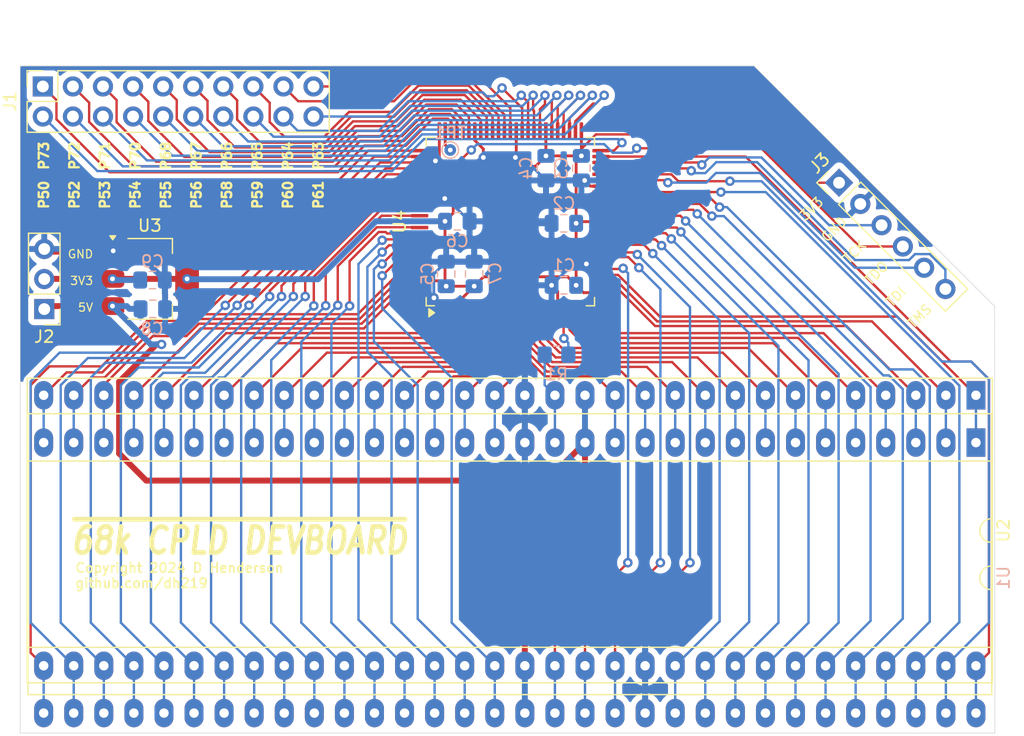
<source format=kicad_pcb>
(kicad_pcb (version 20240108) (generator "pcbnew") (generator_version "8.0")
  (layers (0 "F.Cu" signal) (31 "B.Cu" signal) (34 "B.Paste" user) (35 "F.Paste" user) (36 "B.SilkS" user "B.Silkscreen") (37 "F.SilkS" user "F.Silkscreen") (38 "B.Mask" user) (39 "F.Mask" user) (44 "Edge.Cuts" user))
  (net 0 "")
  (net 1 "/D5")
  (net 2 "/D6")
  (net 3 "/D7")
  (net 4 "/D8")
  (net 5 "/D9")
  (net 6 "/D10")
  (net 7 "/D11")
  (net 8 "/D12")
  (net 9 "/D13")
  (net 10 "/D14")
  (net 11 "/D15")
  (net 12 "/A23")
  (net 13 "/A22")
  (net 14 "/A21")
  (net 15 "/A20")
  (net 16 "/A19")
  (net 17 "/A18")
  (net 18 "/A17")
  (net 19 "/A16")
  (net 20 "/A15")
  (net 21 "/A14")
  (net 22 "/A13")
  (net 23 "/A12")
  (net 24 "/A11")
  (net 25 "/A10")
  (net 26 "/A9")
  (net 27 "/A8")
  (net 28 "/A7")
  (net 29 "/A6")
  (net 30 "/A5")
  (net 31 "/A4")
  (net 32 "/A3")
  (net 33 "/A2")
  (net 34 "/A1")
  (net 35 "/FC0")
  (net 36 "/FC1")
  (net 37 "/FC2")
  (net 38 "/IPL0")
  (net 39 "/IPL1")
  (net 40 "/IPL2")
  (net 41 "/BERR")
  (net 42 "/VPA")
  (net 43 "/E")
  (net 44 "/VMA")
  (net 45 "/RESET")
  (net 46 "/HALT")
  (net 47 "/CLK")
  (net 48 "/BR")
  (net 49 "/BGACK")
  (net 50 "/BG")
  (net 51 "/DTACK")
  (net 52 "/RW")
  (net 53 "/LDS")
  (net 54 "/UDS")
  (net 55 "/AS")
  (net 56 "/D0")
  (net 57 "/D1")
  (net 58 "/D2")
  (net 59 "/D3")
  (net 60 "/D4")
  (net 61 "+5V")
  (net 62 "GND")
  (net 63 "+3V3")
  (net 64 "/TMS")
  (net 65 "/TDO")
  (net 66 "/TDI")
  (net 67 "/TCK")
  (net 68 "Net-(U4-I{slash}O{slash}GCK1)")
  (net 69 "/P74")
  (net 70 "/P52")
  (net 71 "/P67")
  (net 72 "/P61")
  (net 73 "/P65")
  (net 74 "/P55")
  (net 75 "/P56")
  (net 76 "/P60")
  (net 77 "/P58")
  (net 78 "/P63")
  (net 79 "/P50")
  (net 80 "/P72")
  (net 81 "/P53")
  (net 82 "/P64")
  (net 83 "/P70")
  (net 84 "/P54")
  (net 85 "/P73")
  (net 86 "/P71")
  (net 87 "/P68")
  (net 88 "/P59")
  (net 89 "/P66")
  (footprint "Package_DIP:DIP-64_W22.86mm_LongPads" (layer "F.Cu") (at 107.9 64.1 -90)
    (property "Reference" "U1")
    (property "Value" "68000D_PLUG")
  )
  (footprint "Package_DIP:DIP-64_W22.86mm_Socket_LongPads" (layer "F.Cu") (at 107.9 60.1 -90)
    (property "Reference" "U2")
    (property "Value" "68000D")
  )
  (footprint "Connector_PinHeader_2.54mm:PinHeader_1x03_P2.54mm_Vertical" (layer "F.Cu") (at 29.21 52.817001 180)
    (property "Reference" "J2")
    (property "Value" "Conn_01x03_Pin")
  )
  (footprint "Package_TO_SOT_SMD:SOT-223-3_TabPin2" (layer "F.Cu") (at 38.124 50.262066)
    (property "Reference" "U3")
    (property "Value" "LM1117MP-3.3")
  )
  (footprint "Connector_PinHeader_2.54mm:PinHeader_1x06_P2.54mm_Vertical" (layer "F.Cu") (at 96.337942 42.13586 45)
    (property "Reference" "J3")
    (property "Value" "Conn_01x06_Pin")
  )
  (footprint "Connector_PinSocket_2.54mm:PinSocket_2x10_P2.54mm_Vertical" (layer "F.Cu") (at 29.09 34 90)
    (property "Reference" "J1")
    (property "Value" "Conn_02x10_Odd_Even")
  )
  (footprint "Package_QFP:TQFP-100_14x14mm_P0.5mm" (layer "F.Cu") (at 68.575 45.425 90)
    (property "Reference" "U4")
    (property "Value" "XC95144XL-TQ100")
  )
  (footprint "Capacitor_SMD:C_0805_2012Metric_Pad1.18x1.45mm_HandSolder" (layer "B.Cu") (at 38.354 50.360006)
    (property "Reference" "C9")
    (property "Value" "1u")
  )
  (footprint "Capacitor_SMD:C_0805_2012Metric_Pad1.18x1.45mm_HandSolder" (layer "B.Cu") (at 38.378999 52.795006)
    (property "Reference" "C8")
    (property "Value" "1u")
  )
  (footprint "Capacitor_SMD:C_0805_2012Metric_Pad1.18x1.45mm_HandSolder" (layer "B.Cu") (at 64.095 45.395)
    (property "Reference" "C6")
    (property "Value" "100n")
  )
  (footprint "Resistor_SMD:R_0805_2012Metric_Pad1.20x1.40mm_HandSolder" (layer "B.Cu") (at 72.475 56.675)
    (property "Reference" "R1")
    (property "Value" "10R")
  )
  (footprint "Capacitor_SMD:C_0805_2012Metric_Pad1.18x1.45mm_HandSolder" (layer "B.Cu") (at 65.52206 49.845 90)
    (property "Reference" "C7")
    (property "Value" "100n")
  )
  (footprint "TestPoint:TestPoint_Pad_D1.0mm" (layer "B.Cu") (at 63.5 39.37 180)
    (property "Reference" "TP1")
    (property "Value" "TestPoint_Small")
  )
  (footprint "Capacitor_SMD:C_0805_2012Metric_Pad1.18x1.45mm_HandSolder" (layer "B.Cu") (at 73.095 45.565 180)
    (property "Reference" "C2")
    (property "Value" "100n")
  )
  (footprint "Capacitor_SMD:C_0805_2012Metric_Pad1.18x1.45mm_HandSolder" (layer "B.Cu") (at 73.095 50.805 180)
    (property "Reference" "C1")
    (property "Value" "100n")
  )
  (footprint "Capacitor_SMD:C_0805_2012Metric_Pad1.18x1.45mm_HandSolder" (layer "B.Cu") (at 74.575 40.905 -90)
    (property "Reference" "C3")
    (property "Value" "100n")
  )
  (footprint "Capacitor_SMD:C_0805_2012Metric_Pad1.18x1.45mm_HandSolder" (layer "B.Cu") (at 63.155 49.845 90)
    (property "Reference" "C5")
    (property "Value" "100n")
  )
  (footprint "Capacitor_SMD:C_0805_2012Metric_Pad1.18x1.45mm_HandSolder" (layer "B.Cu") (at 71.585 40.905 -90)
    (property "Reference" "C4")
    (property "Value" "100n")
  )
  (gr_line (start 27.178 88.646) (end 109.5 88.646) (stroke (width 0.05)) (layer "Edge.Cuts"))
  (gr_line (start 109.5 88.646) (end 109.474 52.578) (stroke (width 0.05)) (layer "Edge.Cuts"))
  (gr_line (start 27.178 32.258) (end 27.178 88.646) (stroke (width 0.05)) (layer "Edge.Cuts"))
  (gr_line (start 109.474 52.578) (end 89.154 32.258) (stroke (width 0.05)) (layer "Edge.Cuts"))
  (gr_line (start 89.154 32.258) (end 27.178 32.258) (stroke (width 0.05)) (layer "Edge.Cuts"))
  (gr_text "Copyright 2024 D Henderson\ngithub.com/dh219" (at 31.75 75.335 0) (layer "F.SilkS") (effects (font (size 0.8 0.8)) (justify left)))
  (gr_text "P73\n\nP72\n\nP71\n\nP70\n\nP68\n\nP67\n\nP66\n\nP65\n\nP64\n\nP63" (at 52.832 41.148 90) (layer "F.SilkS") (effects (font (size 0.8 0.8) (thickness 0.2) (bold yes)) (justify left bottom)))
  (gr_text "~{68k CPLD DEVBOARD}" (at 45.72 72.39 0) (layer "F.SilkS") (effects (font (size 2.2 1.8) (thickness 0.4) (italic yes))))
  (gr_text "3V3\n\nGND\n\nTCK\n\nTDO\n\nTDI\n\nTMS" (at 102.616 54.61 45) (layer "F.SilkS") (effects (font (size 0.8 0.8) (thickness 0.12)) (justify left bottom)))
  (gr_text "P50\n\nP52\n\nP53\n\nP54\n\nP55\n\nP56\n\nP58\n\nP59\n\nP60\n\nP61" (at 52.832 44.45 90) (layer "F.SilkS") (effects (font (size 0.8 0.8) (thickness 0.2) (bold yes)) (justify left bottom)))
  (gr_text "GND\n\n3V3\n\n5V" (at 33.399999 53.086 0) (layer "F.SilkS") (effects (font (size 0.7 0.7) (thickness 0.1)) (justify right bottom)))
  (segment (start 105.764 57.25) (end 88.439 39.925) (width 0.2) (layer "F.Cu") (net 1))
  (segment (start 107.9 82.96) (end 109 81.86) (width 0.2) (layer "F.Cu") (net 1))
  (segment (start 107.5 57.25) (end 105.764 57.25) (width 0.2) (layer "F.Cu") (net 1))
  (segment (start 109 81.86) (end 109 58.75) (width 0.2) (layer "F.Cu") (net 1))
  (segment (start 109 58.75) (end 107.5 57.25) (width 0.2) (layer "F.Cu") (net 1))
  (segment (start 88.439 39.925) (end 76.2375 39.925) (width 0.2) (layer "F.Cu") (net 1))
  (segment (start 107.9 86.96) (end 107.9 82.96) (width 0.2) (layer "B.Cu") (net 1))
  (segment (start 82.758256 42.008256) (end 82.175 41.425) (width 0.2) (layer "F.Cu") (net 2))
  (segment (start 82.175 41.425) (end 76.2375 41.425) (width 0.2) (layer "F.Cu") (net 2))
  (segment (start 87.122 42.008256) (end 82.758256 42.008256) (width 0.2) (layer "F.Cu") (net 2))
  (via (at 87.122 42.008256) (size 0.8) (drill 0.4) (layers "F.Cu" "B.Cu") (net 2))
  (segment (start 105.36 82.96) (end 105.36 86.96) (width 0.2) (layer "B.Cu") (net 2))
  (segment (start 105.031321 57.25) (end 107.5 57.25) (width 0.2) (layer "B.Cu") (net 2))
  (segment (start 109 58.75) (end 109 79.32) (width 0.2) (layer "B.Cu") (net 2))
  (segment (start 109 79.32) (end 105.36 82.96) (width 0.2) (layer "B.Cu") (net 2))
  (segment (start 89.789577 42.008256) (end 105.031321 57.25) (width 0.2) (layer "B.Cu") (net 2))
  (segment (start 87.122 42.008256) (end 89.789577 42.008256) (width 0.2) (layer "B.Cu") (net 2))
  (segment (start 107.5 57.25) (end 109 58.75) (width 0.2) (layer "B.Cu") (net 2))
  (segment (start 86.36 42.925) (end 76.2375 42.925) (width 0.2) (layer "F.Cu") (net 3))
  (via (at 86.36 42.925) (size 0.8) (drill 0.4) (layers "F.Cu" "B.Cu") (net 3))
  (segment (start 106.5 59.284365) (end 106.5 79.28) (width 0.2) (layer "B.Cu") (net 3))
  (segment (start 102.82 86.96) (end 102.82 82.96) (width 0.2) (layer "B.Cu") (net 3))
  (segment (start 86.36 42.925) (end 90.140635 42.925) (width 0.2) (layer "B.Cu") (net 3))
  (segment (start 90.140635 42.925) (end 106.5 59.284365) (width 0.2) (layer "B.Cu") (net 3))
  (segment (start 106.5 79.28) (end 102.82 82.96) (width 0.2) (layer "B.Cu") (net 3))
  (segment (start 85.475144 43.425) (end 76.2375 43.425) (width 0.2) (layer "F.Cu") (net 4))
  (segment (start 86.249444 44.1993) (end 85.475144 43.425) (width 0.2) (layer "F.Cu") (net 4))
  (via (at 86.249444 44.1993) (size 0.8) (drill 0.4) (layers "F.Cu" "B.Cu") (net 4))
  (segment (start 102.587635 57.912) (end 104 59.324365) (width 0.2) (layer "B.Cu") (net 4))
  (segment (start 104 59.324365) (end 104 79.24) (width 0.2) (layer "B.Cu") (net 4))
  (segment (start 86.8713 44.1993) (end 100.584 57.912) (width 0.2) (layer "B.Cu") (net 4))
  (segment (start 100.584 57.912) (end 102.587635 57.912) (width 0.2) (layer "B.Cu") (net 4))
  (segment (start 104 79.24) (end 100.28 82.96) (width 0.2) (layer "B.Cu") (net 4))
  (segment (start 86.249444 44.1993) (end 86.8713 44.1993) (width 0.2) (layer "B.Cu") (net 4))
  (segment (start 100.28 82.96) (end 100.28 86.96) (width 0.2) (layer "B.Cu") (net 4))
  (segment (start 84.565 43.925) (end 76.2375 43.925) (width 0.2) (layer "F.Cu") (net 5))
  (segment (start 85.598 44.958) (end 84.565 43.925) (width 0.2) (layer "F.Cu") (net 5))
  (via (at 85.598 44.958) (size 0.8) (drill 0.4) (layers "F.Cu" "B.Cu") (net 5))
  (segment (start 85.598 44.958) (end 86.614 44.958) (width 0.2) (layer "B.Cu") (net 5))
  (segment (start 101.72 59.584365) (end 101.72 78.98) (width 0.2) (layer "B.Cu") (net 5))
  (segment (start 100.555635 58.42) (end 101.72 59.584365) (width 0.2) (layer "B.Cu") (net 5))
  (segment (start 86.614 44.958) (end 100.076 58.42) (width 0.2) (layer "B.Cu") (net 5))
  (segment (start 101.72 78.98) (end 97.74 82.96) (width 0.2) (layer "B.Cu") (net 5))
  (segment (start 100.076 58.42) (end 100.555635 58.42) (width 0.2) (layer "B.Cu") (net 5))
  (segment (start 97.74 86.96) (end 97.74 82.96) (width 0.2) (layer "B.Cu") (net 5))
  (segment (start 84.360317 44.764683) (end 84.020634 44.425) (width 0.2) (layer "F.Cu") (net 6))
  (segment (start 84.020634 44.425) (end 76.2375 44.425) (width 0.2) (layer "F.Cu") (net 6))
  (via (at 84.360317 44.764683) (size 0.8) (drill 0.4) (layers "F.Cu" "B.Cu") (net 6))
  (segment (start 99 59.404365) (end 99 79.16) (width 0.2) (layer "B.Cu") (net 6))
  (segment (start 95.2 82.96) (end 95.2 86.96) (width 0.2) (layer "B.Cu") (net 6))
  (segment (start 84.360318 44.764683) (end 99 59.404365) (width 0.2) (layer "B.Cu") (net 6))
  (segment (start 84.360317 44.764683) (end 84.360318 44.764683) (width 0.2) (layer "B.Cu") (net 6))
  (segment (start 99 79.16) (end 95.2 82.96) (width 0.2) (layer "B.Cu") (net 6))
  (segment (start 82.932146 44.925) (end 76.2375 44.925) (width 0.2) (layer "F.Cu") (net 7))
  (segment (start 83.378573 45.371427) (end 82.932146 44.925) (width 0.2) (layer "F.Cu") (net 7))
  (via (at 83.378573 45.371427) (size 0.8) (drill 0.4) (layers "F.Cu" "B.Cu") (net 7))
  (segment (start 96.3 79.32) (end 92.66 82.96) (width 0.2) (layer "B.Cu") (net 7))
  (segment (start 92.66 86.96) (end 92.66 82.96) (width 0.2) (layer "B.Cu") (net 7))
  (segment (start 83.378574 45.371427) (end 96.3 58.292853) (width 0.2) (layer "B.Cu") (net 7))
  (segment (start 83.378573 45.371427) (end 83.378574 45.371427) (width 0.2) (layer "B.Cu") (net 7))
  (segment (start 96.3 58.292853) (end 96.3 79.32) (width 0.2) (layer "B.Cu") (net 7))
  (segment (start 82.982851 46.289799) (end 82.618052 45.925) (width 0.2) (layer "F.Cu") (net 8))
  (segment (start 82.618052 45.925) (end 76.2375 45.925) (width 0.2) (layer "F.Cu") (net 8))
  (via (at 82.982851 46.289799) (size 0.8) (drill 0.4) (layers "F.Cu" "B.Cu") (net 8))
  (segment (start 82.982851 46.366914) (end 93.76 57.144063) (width 0.2) (layer "B.Cu") (net 8))
  (segment (start 93.76 57.144063) (end 93.76 79.32) (width 0.2) (layer "B.Cu") (net 8))
  (segment (start 82.982851 46.289799) (end 82.982851 46.366914) (width 0.2) (layer "B.Cu") (net 8))
  (segment (start 90.12 82.96) (end 90.12 86.96) (width 0.2) (layer "B.Cu") (net 8))
  (segment (start 93.76 79.32) (end 90.12 82.96) (width 0.2) (layer "B.Cu") (net 8))
  (segment (start 76.262565 46.399935) (end 81.689548 46.399935) (width 0.2) (layer "F.Cu") (net 9))
  (segment (start 76.2375 46.425) (end 76.262565 46.399935) (width 0.2) (layer "F.Cu") (net 9))
  (segment (start 81.689548 46.399935) (end 82.170863 46.88125) (width 0.2) (layer "F.Cu") (net 9))
  (via (at 82.170863 46.88125) (size 0.8) (drill 0.4) (layers "F.Cu" "B.Cu") (net 9))
  (segment (start 91.22 55.930387) (end 91.22 79.32) (width 0.2) (layer "B.Cu") (net 9))
  (segment (start 82.170863 46.88125) (end 91.22 55.930387) (width 0.2) (layer "B.Cu") (net 9))
  (segment (start 91.22 79.32) (end 87.58 82.96) (width 0.2) (layer "B.Cu") (net 9))
  (segment (start 87.58 82.96) (end 87.58 86.96) (width 0.2) (layer "B.Cu") (net 9))
  (segment (start 80.822749 46.925) (end 81.349706 47.451957) (width 0.2) (layer "F.Cu") (net 10))
  (segment (start 76.2375 46.925) (end 80.822749 46.925) (width 0.2) (layer "F.Cu") (net 10))
  (via (at 81.349706 47.451957) (size 0.8) (drill 0.4) (layers "F.Cu" "B.Cu") (net 10))
  (segment (start 85.04 86.96) (end 85.04 82.96) (width 0.2) (layer "B.Cu") (net 10))
  (segment (start 88.75 54.852251) (end 88.75 79.25) (width 0.2) (layer "B.Cu") (net 10))
  (segment (start 88.75 79.25) (end 85.04 82.96) (width 0.2) (layer "B.Cu") (net 10))
  (segment (start 81.349706 47.451957) (end 88.75 54.852251) (width 0.2) (layer "B.Cu") (net 10))
  (segment (start 80.608602 48.123352) (end 79.865584 47.380334) (width 0.2) (layer "F.Cu") (net 11))
  (segment (start 79.865584 47.380334) (end 76.282166 47.380334) (width 0.2) (layer "F.Cu") (net 11))
  (segment (start 76.282166 47.380334) (end 76.2375 47.425) (width 0.2) (layer "F.Cu") (net 11))
  (via (at 80.608602 48.123352) (size 0.8) (drill 0.4) (layers "F.Cu" "B.Cu") (net 11))
  (segment (start 86.25 53.76475) (end 86.25 79.21) (width 0.2) (layer "B.Cu") (net 11))
  (segment (start 86.25 79.21) (end 82.5 82.96) (width 0.2) (layer "B.Cu") (net 11))
  (segment (start 80.608602 48.123352) (end 86.25 53.76475) (width 0.2) (layer "B.Cu") (net 11))
  (segment (start 82.5 82.96) (end 82.5 86.96) (width 0.2) (layer "B.Cu") (net 11))
  (segment (start 79.1288 48.025) (end 77.10741 48.025) (width 0.2) (layer "F.Cu") (net 12))
  (segment (start 79.3019 48.1981) (end 79.1288 48.025) (width 0.2) (layer "F.Cu") (net 12))
  (segment (start 83.75 74.25) (end 77.42 80.58) (width 0.2) (layer "F.Cu") (net 12))
  (segment (start 77.42 80.58) (end 77.42 82.96) (width 0.2) (layer "F.Cu") (net 12))
  (segment (start 76.2875 47.975) (end 76.2375 47.925) (width 0.2) (layer "F.Cu") (net 12))
  (segment (start 77.05741 47.975) (end 76.2875 47.975) (width 0.2) (layer "F.Cu") (net 12))
  (segment (start 77.10741 48.025) (end 77.05741 47.975) (width 0.2) (layer "F.Cu") (net 12))
  (via (at 79.3019 48.1981) (size 0.8) (drill 0.4) (layers "F.Cu" "B.Cu") (net 12))
  (via (at 83.75 74.25) (size 0.8) (drill 0.4) (layers "F.Cu" "B.Cu") (net 12))
  (segment (start 79.3019 48.1981) (end 83.75 52.6462) (width 0.2) (layer "B.Cu") (net 12))
  (segment (start 77.42 86.96) (end 77.42 82.96) (width 0.2) (layer "B.Cu") (net 12))
  (segment (start 83.75 52.6462) (end 83.75 74.25) (width 0.2) (layer "B.Cu") (net 12))
  (segment (start 78.53885 48.425) (end 76.2375 48.425) (width 0.2) (layer "F.Cu") (net 13))
  (segment (start 81.25 74.25) (end 74.88 80.62) (width 0.2) (layer "F.Cu") (net 13))
  (segment (start 79.431925 49.318075) (end 78.53885 48.425) (width 0.2) (layer "F.Cu") (net 13))
  (segment (start 74.88 80.62) (end 74.88 82.96) (width 0.2) (layer "F.Cu") (net 13))
  (via (at 81.25 74.25) (size 0.8) (drill 0.4) (layers "F.Cu" "B.Cu") (net 13))
  (via (at 79.431925 49.318075) (size 0.8) (drill 0.4) (layers "F.Cu" "B.Cu") (net 13))
  (segment (start 79.431925 49.318075) (end 81.25 51.13615) (width 0.2) (layer "B.Cu") (net 13))
  (segment (start 74.88 82.96) (end 74.88 86.96) (width 0.2) (layer "B.Cu") (net 13))
  (segment (start 81.25 51.13615) (end 81.25 74.25) (width 0.2) (layer "B.Cu") (net 13))
  (segment (start 78.044164 49.425) (end 78.100215 49.368949) (width 0.2) (layer "F.Cu") (net 14))
  (segment (start 76.2375 49.425) (end 78.044164 49.425) (width 0.2) (layer "F.Cu") (net 14))
  (segment (start 78.5 74.25) (end 72.34 80.41) (width 0.2) (layer "F.Cu") (net 14))
  (segment (start 72.34 80.41) (end 72.34 82.96) (width 0.2) (layer "F.Cu") (net 14))
  (via (at 78.5 74.25) (size 0.8) (drill 0.4) (layers "F.Cu" "B.Cu") (net 14))
  (via (at 78.100215 49.368949) (size 0.8) (drill 0.4) (layers "F.Cu" "B.Cu") (net 14))
  (segment (start 78.100215 49.368949) (end 78.52 49.788734) (width 0.2) (layer "B.Cu") (net 14))
  (segment (start 78.52 74.23) (end 78.5 74.25) (width 0.2) (layer "B.Cu") (net 14))
  (segment (start 78.52 49.788734) (end 78.52 74.23) (width 0.2) (layer "B.Cu") (net 14))
  (segment (start 72.34 86.96) (end 72.34 82.96) (width 0.2) (layer "B.Cu") (net 14))
  (segment (start 57.75 50) (end 59.325 48.425) (width 0.2) (layer "F.Cu") (net 15))
  (segment (start 59.325 48.425) (end 60.9125 48.425) (width 0.2) (layer "F.Cu") (net 15))
  (via (at 57.75 50) (size 0.8) (drill 0.4) (layers "F.Cu" "B.Cu") (net 15))
  (segment (start 67.26 82.96) (end 67.26 86.96) (width 0.2) (layer "B.Cu") (net 15))
  (segment (start 63.62 58.62) (end 57.75 52.75) (width 0.2) (layer "B.Cu") (net 15))
  (segment (start 63.62 79.32) (end 63.62 58.62) (width 0.2) (layer "B.Cu") (net 15))
  (segment (start 57.75 52.75) (end 57.75 50) (width 0.2) (layer "B.Cu") (net 15))
  (segment (start 67.26 82.96) (end 63.62 79.32) (width 0.2) (layer "B.Cu") (net 15))
  (segment (start 60.9125 47.925) (end 58.824997 47.925) (width 0.2) (layer "F.Cu") (net 16))
  (segment (start 58.824997 47.925) (end 57.75 48.999997) (width 0.2) (layer "F.Cu") (net 16))
  (via (at 57.75 48.999997) (size 0.8) (drill 0.4) (layers "F.Cu" "B.Cu") (net 16))
  (segment (start 57.500003 48.999997) (end 57.05 49.45) (width 0.2) (layer "B.Cu") (net 16))
  (segment (start 57.05 49.45) (end 57.05 55.554365) (width 0.2) (layer "B.Cu") (net 16))
  (segment (start 57.05 55.554365) (end 60.75 59.254365) (width 0.2) (layer "B.Cu") (net 16))
  (segment (start 60.75 59.254365) (end 60.75 78.99) (width 0.2) (layer "B.Cu") (net 16))
  (segment (start 64.72 86.96) (end 64.72 82.96) (width 0.2) (layer "B.Cu") (net 16))
  (segment (start 60.75 78.99) (end 64.72 82.96) (width 0.2) (layer "B.Cu") (net 16))
  (segment (start 57.75 48.999997) (end 57.500003 48.999997) (width 0.2) (layer "B.Cu") (net 16))
  (segment (start 57.75 47.999994) (end 58.324994 47.425) (width 0.2) (layer "F.Cu") (net 17))
  (segment (start 58.324994 47.425) (end 60.9125 47.425) (width 0.2) (layer "F.Cu") (net 17))
  (via (at 57.75 47.999994) (size 0.8) (drill 0.4) (layers "F.Cu" "B.Cu") (net 17))
  (segment (start 56.5 56.419999) (end 56.5 49.249994) (width 0.2) (layer "B.Cu") (net 17))
  (segment (start 58.54 79.32) (end 58.54 58.459999) (width 0.2) (layer "B.Cu") (net 17))
  (segment (start 56.5 49.249994) (end 57.75 47.999994) (width 0.2) (layer "B.Cu") (net 17))
  (segment (start 62.18 82.96) (end 58.54 79.32) (width 0.2) (layer "B.Cu") (net 17))
  (segment (start 62.18 82.96) (end 62.18 86.96) (width 0.2) (layer "B.Cu") (net 17))
  (segment (start 58.54 58.459999) (end 56.5 56.419999) (width 0.2) (layer "B.Cu") (net 17))
  (segment (start 57.824991 46.925) (end 57.75 46.999991) (width 0.2) (layer "F.Cu") (net 18))
  (segment (start 60.9125 46.925) (end 57.824991 46.925) (width 0.2) (layer "F.Cu") (net 18))
  (via (at 57.75 46.999991) (size 0.8) (drill 0.4) (layers "F.Cu" "B.Cu") (net 18))
  (segment (start 55.75 79.07) (end 59.64 82.96) (width 0.2) (layer "B.Cu") (net 18))
  (segment (start 55.75 48.999991) (end 55.75 79.07) (width 0.2) (layer "B.Cu") (net 18))
  (segment (start 57.75 46.999991) (end 55.75 48.999991) (width 0.2) (layer "B.Cu") (net 18))
  (segment (start 59.64 86.96) (end 59.64 82.96) (width 0.2) (layer "B.Cu") (net 18))
  (segment (start 55 48.760041) (end 57.46005 46.299991) (width 0.2) (layer "F.Cu") (net 19))
  (segment (start 58.164959 46.425) (end 60.9125 46.425) (width 0.2) (layer "F.Cu") (net 19))
  (segment (start 55 52.55) (end 55 48.760041) (width 0.2) (layer "F.Cu") (net 19))
  (segment (start 58.03995 46.299991) (end 58.164959 46.425) (width 0.2) (layer "F.Cu") (net 19))
  (segment (start 57.46005 46.299991) (end 58.03995 46.299991) (width 0.2) (layer "F.Cu") (net 19))
  (via (at 55 52.55) (size 0.8) (drill 0.4) (layers "F.Cu" "B.Cu") (net 19))
  (segment (start 55 52.55) (end 53.46 54.09) (width 0.2) (layer "B.Cu") (net 19))
  (segment (start 57.1 82.96) (end 57.1 86.96) (width 0.2) (layer "B.Cu") (net 19))
  (segment (start 53.46 79.32) (end 57.1 82.96) (width 0.2) (layer "B.Cu") (net 19))
  (segment (start 53.46 54.09) (end 53.46 79.32) (width 0.2) (layer "B.Cu") (net 19))
  (segment (start 60.887491 45.899991) (end 60.9125 45.925) (width 0.2) (layer "F.Cu") (net 20))
  (segment (start 54 49.194355) (end 57.294364 45.899991) (width 0.2) (layer "F.Cu") (net 20))
  (segment (start 57.294364 45.899991) (end 60.887491 45.899991) (width 0.2) (layer "F.Cu") (net 20))
  (segment (start 54 52.5) (end 54 49.194355) (width 0.2) (layer "F.Cu") (net 20))
  (via (at 54 52.5) (size 0.8) (drill 0.4) (layers "F.Cu" "B.Cu") (net 20))
  (segment (start 50.92 55.58) (end 50.92 79.32) (width 0.2) (layer "B.Cu") (net 20))
  (segment (start 54.56 86.96) (end 54.56 82.96) (width 0.2) (layer "B.Cu") (net 20))
  (segment (start 54 52.5) (end 50.92 55.58) (width 0.2) (layer "B.Cu") (net 20))
  (segment (start 50.92 79.32) (end 54.56 82.96) (width 0.2) (layer "B.Cu") (net 20))
  (segment (start 52.980025 52.530025) (end 52.980025 49.648644) (width 0.2) (layer "F.Cu") (net 21))
  (segment (start 52.980025 49.648644) (end 57.703669 44.925) (width 0.2) (layer "F.Cu") (net 21))
  (segment (start 57.703669 44.925) (end 60.9125 44.925) (width 0.2) (layer "F.Cu") (net 21))
  (via (at 52.980025 52.530025) (size 0.8) (drill 0.4) (layers "F.Cu" "B.Cu") (net 21))
  (segment (start 52.980025 52.530025) (end 48.38 57.13005) (width 0.2) (layer "B.Cu") (net 21))
  (segment (start 48.38 57.13005) (end 48.38 79.32) (width 0.2) (layer "B.Cu") (net 21))
  (segment (start 48.38 79.32) (end 52.02 82.96) (width 0.2) (layer "B.Cu") (net 21))
  (segment (start 52.02 82.96) (end 52.02 86.96) (width 0.2) (layer "B.Cu") (net 21))
  (segment (start 60.0951 44.425) (end 60.9125 44.425) (width 0.2) (layer "F.Cu") (net 22))
  (segment (start 59.9951 44.525) (end 60.0951 44.425) (width 0.2) (layer "F.Cu") (net 22))
  (segment (start 57.537983 44.525) (end 59.9951 44.525) (width 0.2) (layer "F.Cu") (net 22))
  (segment (start 51.975161 50.087822) (end 57.537983 44.525) (width 0.2) (layer "F.Cu") (net 22))
  (segment (start 51.975161 52.544939) (end 51.975161 50.087822) (width 0.2) (layer "F.Cu") (net 22))
  (via (at 51.975161 52.544939) (size 0.8) (drill 0.4) (layers "F.Cu" "B.Cu") (net 22))
  (segment (start 51.975161 52.544939) (end 45.84 58.6801) (width 0.2) (layer "B.Cu") (net 22))
  (segment (start 49.48 82.96) (end 49.48 86.96) (width 0.2) (layer "B.Cu") (net 22))
  (segment (start 45.84 58.6801) (end 45.84 79.32) (width 0.2) (layer "B.Cu") (net 22))
  (segment (start 45.84 79.32) (end 49.48 82.96) (width 0.2) (layer "B.Cu") (net 22))
  (segment (start 51.25 50.247297) (end 57.572297 43.925) (width 0.2) (layer "F.Cu") (net 23))
  (segment (start 51.25 51.75) (end 51.25 50.247297) (width 0.2) (layer "F.Cu") (net 23))
  (segment (start 57.572297 43.925) (end 60.9125 43.925) (width 0.2) (layer "F.Cu") (net 23))
  (via (at 51.25 51.75) (size 0.8) (drill 0.4) (layers "F.Cu" "B.Cu") (net 23))
  (segment (start 43.3 59.244365) (end 43.3 79.32) (width 0.2) (layer "B.Cu") (net 23))
  (segment (start 43.944365 58.6) (end 43.3 59.244365) (width 0.2) (layer "B.Cu") (net 23))
  (segment (start 43.3 79.32) (end 46.94 82.96) (width 0.2) (layer "B.Cu") (net 23))
  (segment (start 46.94 86.96) (end 46.94 82.96) (width 0.2) (layer "B.Cu") (net 23))
  (segment (start 51.25 51.75) (end 44.4 58.6) (width 0.2) (layer "B.Cu") (net 23))
  (segment (start 44.4 58.6) (end 43.944365 58.6) (width 0.2) (layer "B.Cu") (net 23))
  (segment (start 50.25 51.75) (end 50.25 50.681611) (width 0.2) (layer "F.Cu") (net 24))
  (segment (start 50.25 50.681611) (end 58.506611 42.425) (width 0.2) (layer "F.Cu") (net 24))
  (segment (start 58.506611 42.425) (end 60.9125 42.425) (width 0.2) (layer "F.Cu") (net 24))
  (via (at 50.25 51.75) (size 0.8) (drill 0.4) (layers "F.Cu" "B.Cu") (net 24))
  (segment (start 40.75 59.254365) (end 40.75 79.31) (width 0.2) (layer "B.Cu") (net 24))
  (segment (start 43.778679 58.2) (end 43.378679 58.6) (width 0.2) (layer "B.Cu") (net 24))
  (segment (start 40.75 79.31) (end 44.4 82.96) (width 0.2) (layer "B.Cu") (net 24))
  (segment (start 44.4 82.96) (end 44.4 86.96) (width 0.2) (layer "B.Cu") (net 24))
  (segment (start 43.8 58.2) (end 43.778679 58.2) (width 0.2) (layer "B.Cu") (net 24))
  (segment (start 43.378679 58.6) (end 41.404365 58.6) (width 0.2) (layer "B.Cu") (net 24))
  (segment (start 41.404365 58.6) (end 40.75 59.254365) (width 0.2) (layer "B.Cu") (net 24))
  (segment (start 50.25 51.75) (end 43.8 58.2) (width 0.2) (layer "B.Cu") (net 24))
  (segment (start 49.25 51.75) (end 49.25 50.85) (width 0.2) (layer "F.Cu") (net 25))
  (segment (start 49.25 50.85) (end 58.175 41.925) (width 0.2) (layer "F.Cu") (net 25))
  (segment (start 58.175 41.925) (end 60.9125 41.925) (width 0.2) (layer "F.Cu") (net 25))
  (via (at 49.25 51.75) (size 0.8) (drill 0.4) (layers "F.Cu" "B.Cu") (net 25))
  (segment (start 41.86 86.96) (end 41.86 82.96) (width 0.2) (layer "B.Cu") (net 25))
  (segment (start 38.22 59.244365) (end 38.22 79.32) (width 0.2) (layer "B.Cu") (net 25))
  (segment (start 38.22 79.32) (end 41.86 82.96) (width 0.2) (layer "B.Cu") (net 25))
  (segment (start 49.25 51.75) (end 42.8 58.2) (width 0.2) (layer "B.Cu") (net 25))
  (segment (start 39.264365 58.2) (end 38.22 59.244365) (width 0.2) (layer "B.Cu") (net 25))
  (segment (start 42.8 58.2) (end 39.264365 58.2) (width 0.2) (layer "B.Cu") (net 25))
  (segment (start 48.25 51.284314) (end 58.109314 41.425) (width 0.2) (layer "F.Cu") (net 26))
  (segment (start 58.109314 41.425) (end 60.9125 41.425) (width 0.2) (layer "F.Cu") (net 26))
  (segment (start 48.25 51.75) (end 48.25 51.284314) (width 0.2) (layer "F.Cu") (net 26))
  (via (at 48.25 51.75) (size 0.8) (drill 0.4) (layers "F.Cu" "B.Cu") (net 26))
  (segment (start 35.68 59.244365) (end 35.68 79.32) (width 0.2) (layer "B.Cu") (net 26))
  (segment (start 48.25 51.75) (end 42.25 57.75) (width 0.2) (layer "B.Cu") (net 26))
  (segment (start 37.174365 57.75) (end 35.68 59.244365) (width 0.2) (layer "B.Cu") (net 26))
  (segment (start 42.25 57.75) (end 37.174365 57.75) (width 0.2) (layer "B.Cu") (net 26))
  (segment (start 35.68 79.32) (end 39.32 82.96) (width 0.2) (layer "B.Cu") (net 26))
  (segment (start 39.32 82.96) (end 39.32 86.96) (width 0.2) (layer "B.Cu") (net 26))
  (segment (start 46.5 52.5) (end 46.5 52.468628) (width 0.2) (layer "F.Cu") (net 27))
  (segment (start 46.5 52.468628) (end 58.043628 40.925) (width 0.2) (layer "F.Cu") (net 27))
  (segment (start 58.043628 40.925) (end 60.9125 40.925) (width 0.2) (layer "F.Cu") (net 27))
  (via (at 46.5 52.5) (size 0.8) (drill 0.4) (layers "F.Cu" "B.Cu") (net 27))
  (segment (start 33.14 79.32) (end 36.78 82.96) (width 0.2) (layer "B.Cu") (net 27))
  (segment (start 41.65 57.35) (end 34.4 57.35) (width 0.2) (layer "B.Cu") (net 27))
  (segment (start 36.78 86.96) (end 36.78 82.96) (width 0.2) (layer "B.Cu") (net 27))
  (segment (start 33.14 58.61) (end 33.14 79.32) (width 0.2) (layer "B.Cu") (net 27))
  (segment (start 46.5 52.5) (end 41.65 57.35) (width 0.2) (layer "B.Cu") (net 27))
  (segment (start 34.4 57.35) (end 33.14 58.61) (width 0.2) (layer "B.Cu") (net 27))
  (segment (start 57.575 40.425) (end 60.9125 40.425) (width 0.2) (layer "F.Cu") (net 28))
  (segment (start 45.5 52.5) (end 57.575 40.425) (width 0.2) (layer "F.Cu") (net 28))
  (via (at 45.5 52.5) (size 0.8) (drill 0.4) (layers "F.Cu" "B.Cu") (net 28))
  (segment (start 30.6 59.244365) (end 30.6 79.32) (width 0.2) (layer "B.Cu") (net 28))
  (segment (start 41.05 56.95) (end 32.894365 56.95) (width 0.2) (layer "B.Cu") (net 28))
  (segment (start 32.894365 56.95) (end 30.6 59.244365) (width 0.2) (layer "B.Cu") (net 28))
  (segment (start 30.6 79.32) (end 34.24 82.96) (width 0.2) (layer "B.Cu") (net 28))
  (segment (start 45.5 52.5) (end 41.05 56.95) (width 0.2) (layer "B.Cu") (net 28))
  (segment (start 34.24 82.96) (end 34.24 86.96) (width 0.2) (layer "B.Cu") (net 28))
  (segment (start 57.075 39.925) (end 60.9125 39.925) (width 0.2) (layer "F.Cu") (net 29))
  (segment (start 44.5 52.5) (end 57.075 39.925) (width 0.2) (layer "F.Cu") (net 29))
  (via (at 44.5 52.5) (size 0.8) (drill 0.4) (layers "F.Cu" "B.Cu") (net 29))
  (segment (start 28.06 79.32) (end 31.7 82.96) (width 0.2) (layer "B.Cu") (net 29))
  (segment (start 44.5 52.5) (end 40.5 56.5) (width 0.2) (layer "B.Cu") (net 29))
  (segment (start 40.5 56.5) (end 30.5 56.5) (width 0.2) (layer "B.Cu") (net 29))
  (segment (start 30.5 56.5) (end 28.06 58.94) (width 0.2) (layer "B.Cu") (net 29))
  (segment (start 28.06 58.94) (end 28.06 79.32) (width 0.2) (layer "B.Cu") (net 29))
  (segment (start 31.7 86.96) (end 31.7 82.96) (width 0.2) (layer "B.Cu") (net 29))
  (segment (start 29.16 82.96) (end 28.06 81.86) (width 0.2) (layer "F.Cu") (net 30))
  (segment (start 56.575 39.425) (end 60.9125 39.425) (width 0.2) (layer "F.Cu") (net 30))
  (segment (start 41.767256 52.85) (end 43.15 52.85) (width 0.2) (layer "F.Cu") (net 30))
  (segment (start 40.807256 53.81) (end 41.767256 52.85) (width 0.2) (layer "F.Cu") (net 30))
  (segment (start 43.15 52.85) (end 56.575 39.425) (width 0.2) (layer "F.Cu") (net 30))
  (segment (start 28.06 81.86) (end 28.06 59.244365) (width 0.2) (layer "F.Cu") (net 30))
  (segment (start 34.047628 57.658) (end 37.895628 53.81) (width 0.2) (layer "F.Cu") (net 30))
  (segment (start 29.646365 57.658) (end 34.047628 57.658) (width 0.2) (layer "F.Cu") (net 30))
  (segment (start 37.895628 53.81) (end 40.807256 53.81) (width 0.2) (layer "F.Cu") (net 30))
  (segment (start 28.06 59.244365) (end 29.646365 57.658) (width 0.2) (layer "F.Cu") (net 30))
  (segment (start 29.16 82.96) (end 29.16 86.96) (width 0.2) (layer "B.Cu") (net 30))
  (segment (start 38.061314 54.21) (end 34.105314 58.166) (width 0.2) (layer "F.Cu") (net 31))
  (segment (start 60.9125 48.925) (end 60.011218 48.925) (width 0.2) (layer "F.Cu") (net 31))
  (segment (start 60.011218 48.925) (end 55.686218 53.25) (width 0.2) (layer "F.Cu") (net 31))
  (segment (start 41.932942 53.25) (end 40.972942 54.21) (width 0.2) (layer "F.Cu") (net 31))
  (segment (start 34.105314 58.166) (end 31.094 58.166) (width 0.2) (layer "F.Cu") (net 31))
  (segment (start 55.686218 53.25) (end 41.932942 53.25) (width 0.2) (layer "F.Cu") (net 31))
  (segment (start 31.094 58.166) (end 29.16 60.1) (width 0.2) (layer "F.Cu") (net 31))
  (segment (start 40.972942 54.21) (end 38.061314 54.21) (width 0.2) (layer "F.Cu") (net 31))
  (segment (start 29.16 60.1) (end 29.16 64.1) (width 0.2) (layer "B.Cu") (net 31))
  (segment (start 34.306314 58.6) (end 33.2 58.6) (width 0.2) (layer "F.Cu") (net 32))
  (segment (start 41.138628 54.61) (end 38.296314 54.61) (width 0.2) (layer "F.Cu") (net 32))
  (segment (start 33.2 58.6) (end 31.7 60.1) (width 0.2) (layer "F.Cu") (net 32))
  (segment (start 60.9125 49.425) (end 60.076904 49.425) (width 0.2) (layer "F.Cu") (net 32))
  (segment (start 60.076904 49.425) (end 55.851904 53.65) (width 0.2) (layer "F.Cu") (net 32))
  (segment (start 55.851904 53.65) (end 42.098628 53.65) (width 0.2) (layer "F.Cu") (net 32))
  (segment (start 38.296314 54.61) (end 34.306314 58.6) (width 0.2) (layer "F.Cu") (net 32))
  (segment (start 42.098628 53.65) (end 41.138628 54.61) (width 0.2) (layer "F.Cu") (net 32))
  (segment (start 31.7 64.1) (end 31.7 60.1) (width 0.2) (layer "B.Cu") (net 32))
  (segment (start 42.264314 54.05) (end 41.214314 55.1) (width 0.2) (layer "F.Cu") (net 33))
  (segment (start 41.214314 55.1) (end 38.372 55.1) (width 0.2) (layer "F.Cu") (net 33))
  (segment (start 56.01759 54.05) (end 42.264314 54.05) (width 0.2) (layer "F.Cu") (net 33))
  (segment (start 34.24 59.232) (end 34.24 60.1) (width 0.2) (layer "F.Cu") (net 33))
  (segment (start 60.9125 49.925) (end 60.14259 49.925) (width 0.2) (layer "F.Cu") (net 33))
  (segment (start 38.372 55.1) (end 34.24 59.232) (width 0.2) (layer "F.Cu") (net 33))
  (segment (start 60.14259 49.925) (end 56.01759 54.05) (width 0.2) (layer "F.Cu") (net 33))
  (segment (start 34.24 60.1) (end 34.24 64.1) (width 0.2) (layer "B.Cu") (net 33))
  (segment (start 42.43 54.45) (end 56.208795 54.45) (width 0.2) (layer "F.Cu") (net 34))
  (segment (start 36.78 60.1) (end 42.43 54.45) (width 0.2) (layer "F.Cu") (net 34))
  (segment (start 56.208795 54.45) (end 59.733795 50.925) (width 0.2) (layer "F.Cu") (net 34))
  (segment (start 59.733795 50.925) (end 60.9125 50.925) (width 0.2) (layer "F.Cu") (net 34))
  (segment (start 36.78 64.1) (end 36.78 60.1) (width 0.2) (layer "B.Cu") (net 34))
  (segment (start 62.575 53.0875) (end 62.575 54.425) (width 0.2) (layer "F.Cu") (net 35))
  (segment (start 62.575 54.425) (end 62.15 54.85) (width 0.2) (layer "F.Cu") (net 35))
  (segment (start 62.15 54.85) (end 44.57 54.85) (width 0.2) (layer "F.Cu") (net 35))
  (segment (start 44.57 54.85) (end 39.32 60.1) (width 0.2) (layer "F.Cu") (net 35))
  (segment (start 39.32 60.1) (end 39.32 64.1) (width 0.2) (layer "B.Cu") (net 35))
  (segment (start 63.075 54.925) (end 62.75 55.25) (width 0.2) (layer "F.Cu") (net 36))
  (segment (start 46.71 55.25) (end 41.86 60.1) (width 0.2) (layer "F.Cu") (net 36))
  (segment (start 62.75 55.25) (end 46.71 55.25) (width 0.2) (layer "F.Cu") (net 36))
  (segment (start 63.075 53.0875) (end 63.075 54.925) (width 0.2) (layer "F.Cu") (net 36))
  (segment (start 41.86 64.1) (end 41.86 60.1) (width 0.2) (layer "B.Cu") (net 36))
  (segment (start 63.575 55.175) (end 63.575 53.0875) (width 0.2) (layer "F.Cu") (net 37))
  (segment (start 44.4 60.1) (end 48.8 55.7) (width 0.2) (layer "F.Cu") (net 37))
  (segment (start 63.05 55.7) (end 63.575 55.175) (width 0.2) (layer "F.Cu") (net 37))
  (segment (start 48.8 55.7) (end 63.05 55.7) (width 0.2) (layer "F.Cu") (net 37))
  (segment (start 44.4 60.1) (end 44.4 64.1) (width 0.2) (layer "B.Cu") (net 37))
  (segment (start 50.94 56.1) (end 46.94 60.1) (width 0.2) (layer "F.Cu") (net 38))
  (segment (start 64.075 53.0875) (end 64.075 55.425) (width 0.2) (layer "F.Cu") (net 38))
  (segment (start 63.4 56.1) (end 50.94 56.1) (width 0.2) (layer "F.Cu") (net 38))
  (segment (start 64.075 55.425) (end 63.4 56.1) (width 0.2) (layer "F.Cu") (net 38))
  (segment (start 46.94 64.1) (end 46.94 60.1) (width 0.2) (layer "B.Cu") (net 38))
  (segment (start 53.08 56.5) (end 49.48 60.1) (width 0.2) (layer "F.Cu") (net 39))
  (segment (start 65.075 53.0875) (end 65.075 55.425) (width 0.2) (layer "F.Cu") (net 39))
  (segment (start 65.075 55.425) (end 64 56.5) (width 0.2) (layer "F.Cu") (net 39))
  (segment (start 64 56.5) (end 53.08 56.5) (width 0.2) (layer "F.Cu") (net 39))
  (segment (start 49.48 60.1) (end 49.48 64.1) (width 0.2) (layer "B.Cu") (net 39))
  (segment (start 65.575 53.0875) (end 65.575 55.925) (width 0.2) (layer "F.Cu") (net 40))
  (segment (start 65.575 55.925) (end 64.6 56.9) (width 0.2) (layer "F.Cu") (net 40))
  (segment (start 55.22 56.9) (end 52.02 60.1) (width 0.2) (layer "F.Cu") (net 40))
  (segment (start 64.6 56.9) (end 55.22 56.9) (width 0.2) (layer "F.Cu") (net 40))
  (segment (start 52.02 64.1) (end 52.02 60.1) (width 0.2) (layer "B.Cu") (net 40))
  (segment (start 57.36 57.3) (end 65.103628 57.3) (width 0.2) (layer "F.Cu") (net 41))
  (segment (start 65.103628 57.3) (end 66.075 56.328628) (width 0.2) (layer "F.Cu") (net 41))
  (segment (start 54.56 60.1) (end 57.36 57.3) (width 0.2) (layer "F.Cu") (net 41))
  (segment (start 66.075 56.328628) (end 66.075 53.0875) (width 0.2) (layer "F.Cu") (net 41))
  (segment (start 54.56 60.1) (end 54.56 64.1) (width 0.2) (layer "B.Cu") (net 41))
  (segment (start 65.422942 57.7) (end 59.5 57.7) (width 0.2) (layer "F.Cu") (net 42))
  (segment (start 59.5 57.7) (end 57.1 60.1) (width 0.2) (layer "F.Cu") (net 42))
  (segment (start 66.575 56.547942) (end 65.422942 57.7) (width 0.2) (layer "F.Cu") (net 42))
  (segment (start 66.575 53.0875) (end 66.575 56.547942) (width 0.2) (layer "F.Cu") (net 42))
  (segment (start 57.1 64.1) (end 57.1 60.1) (width 0.2) (layer "B.Cu") (net 42))
  (segment (start 67.075 53.0875) (end 67.075 56.613628) (width 0.2) (layer "F.Cu") (net 43))
  (segment (start 65.588628 58.1) (end 61.64 58.1) (width 0.2) (layer "F.Cu") (net 43))
  (segment (start 61.64 58.1) (end 59.64 60.1) (width 0.2) (layer "F.Cu") (net 43))
  (segment (start 67.075 56.613628) (end 65.588628 58.1) (width 0.2) (layer "F.Cu") (net 43))
  (segment (start 59.64 60.1) (end 59.64 64.1) (width 0.2) (layer "B.Cu") (net 43))
  (segment (start 65.754314 58.5) (end 63.78 58.5) (width 0.2) (layer "F.Cu") (net 44))
  (segment (start 63.78 58.5) (end 62.18 60.1) (width 0.2) (layer "F.Cu") (net 44))
  (segment (start 67.575 53.0875) (end 67.575 56.679314) (width 0.2) (layer "F.Cu") (net 44))
  (segment (start 67.575 56.679314) (end 65.754314 58.5) (width 0.2) (layer "F.Cu") (net 44))
  (segment (start 62.18 64.1) (end 62.18 60.1) (width 0.2) (layer "B.Cu") (net 44))
  (segment (start 68.075 53.0875) (end 68.075 56.745) (width 0.2) (layer "F.Cu") (net 45))
  (segment (start 68.075 56.745) (end 64.72 60.1) (width 0.2) (layer "F.Cu") (net 45))
  (segment (start 64.72 60.1) (end 64.72 64.1) (width 0.2) (layer "B.Cu") (net 45))
  (segment (start 68.575 53.0875) (end 68.575 58.785) (width 0.2) (layer "F.Cu") (net 46))
  (segment (start 68.575 58.785) (end 67.26 60.1) (width 0.2) (layer "F.Cu") (net 46))
  (segment (start 67.26 64.1) (end 67.26 60.1) (width 0.2) (layer "B.Cu") (net 46))
  (segment (start 72.34 60.1) (end 72.34 64.1) (width 0.2) (layer "B.Cu") (net 47))
  (segment (start 72.34 60.1) (end 72.34 59.7) (width 0.2) (layer "B.Cu") (net 47))
  (segment (start 72.34 59.7) (end 72.5 59.54) (width 0.2) (layer "B.Cu") (net 47))
  (segment (start 71.475 56.675) (end 71.475 59.235) (width 0.2) (layer "B.Cu") (net 47))
  (segment (start 71.475 59.235) (end 72.34 60.1) (width 0.2) (layer "B.Cu") (net 47))
  (segment (start 71.5 58.5) (end 69.075 56.075) (width 0.2) (layer "F.Cu") (net 48))
  (segment (start 75.82 58.5) (end 71.5 58.5) (width 0.2) (layer "F.Cu") (net 48))
  (segment (start 69.075 56.075) (end 69.075 53.0875) (width 0.2) (layer "F.Cu") (net 48))
  (segment (start 77.42 60.1) (end 75.82 58.5) (width 0.2) (layer "F.Cu") (net 48))
  (segment (start 77.42 60.1) (end 77.42 64.1) (width 0.2) (layer "B.Cu") (net 48))
  (segment (start 79.96 60.1) (end 77.96 58.1) (width 0.2) (layer "F.Cu") (net 49))
  (segment (start 69.575 56.009314) (end 69.575 53.0875) (width 0.2) (layer "F.Cu") (net 49))
  (segment (start 77.96 58.1) (end 71.665686 58.1) (width 0.2) (layer "F.Cu") (net 49))
  (segment (start 71.665686 58.1) (end 69.575 56.009314) (width 0.2) (layer "F.Cu") (net 49))
  (segment (start 79.96 64.1) (end 79.96 60.1) (width 0.2) (layer "B.Cu") (net 49))
  (segment (start 71.95 57.7) (end 80.1 57.7) (width 0.2) (layer "F.Cu") (net 50))
  (segment (start 80.1 57.7) (end 82.5 60.1) (width 0.2) (layer "F.Cu") (net 50))
  (segment (start 70.075 55.825) (end 71.95 57.7) (width 0.2) (layer "F.Cu") (net 50))
  (segment (start 70.075 53.0875) (end 70.075 55.825) (width 0.2) (layer "F.Cu") (net 50))
  (segment (start 82.5 60.1) (end 82.5 64.1) (width 0.2) (layer "B.Cu") (net 50))
  (segment (start 72.115686 57.3) (end 82.24 57.3) (width 0.2) (layer "F.Cu") (net 51))
  (segment (start 70.575 53.0875) (end 70.575 55.759314) (width 0.2) (layer "F.Cu") (net 51))
  (segment (start 82.24 57.3) (end 85.04 60.1) (width 0.2) (layer "F.Cu") (net 51))
  (segment (start 70.575 55.759314) (end 72.115686 57.3) (width 0.2) (layer "F.Cu") (net 51))
  (segment (start 85.04 64.1) (end 85.04 60.1) (width 0.2) (layer "B.Cu") (net 51))
  (segment (start 71.075 53.0875) (end 71.075 55.575) (width 0.2) (layer "F.Cu") (net 52))
  (segment (start 71.075 55.575) (end 72.4 56.9) (width 0.2) (layer "F.Cu") (net 52))
  (segment (start 72.4 56.9) (end 84.38 56.9) (width 0.2) (layer "F.Cu") (net 52))
  (segment (start 84.38 56.9) (end 87.58 60.1) (width 0.2) (layer "F.Cu") (net 52))
  (segment (start 87.58 60.1) (end 87.58 64.1) (width 0.2) (layer "B.Cu") (net 52))
  (segment (start 72.75 56.5) (end 86.52 56.5) (width 0.2) (layer "F.Cu") (net 53))
  (segment (start 71.575 55.325) (end 72.75 56.5) (width 0.2) (layer "F.Cu") (net 53))
  (segment (start 71.575 53.0875) (end 71.575 55.325) (width 0.2) (layer "F.Cu") (net 53))
  (segment (start 86.52 56.5) (end 90.12 60.1) (width 0.2) (layer "F.Cu") (net 53))
  (segment (start 90.12 64.1) (end 90.12 60.1) (width 0.2) (layer "B.Cu") (net 53))
  (segment (start 72.075 55.259314) (end 72.075 53.0875) (width 0.2) (layer "F.Cu") (net 54))
  (segment (start 72.915686 56.1) (end 72.075 55.259314) (width 0.2) (layer "F.Cu") (net 54))
  (segment (start 88.66 56.1) (end 72.915686 56.1) (width 0.2) (layer "F.Cu") (net 54))
  (segment (start 92.66 60.1) (end 88.66 56.1) (width 0.2) (layer "F.Cu") (net 54))
  (segment (start 92.66 60.1) (end 92.66 64.1) (width 0.2) (layer "B.Cu") (net 54))
  (segment (start 74.7 55.7) (end 73.575 54.575) (width 0.2) (layer "F.Cu") (net 55))
  (segment (start 95.2 60.1) (end 90.8 55.7) (width 0.2) (layer "F.Cu") (net 55))
  (segment (start 73.575 54.575) (end 73.575 53.0875) (width 0.2) (layer "F.Cu") (net 55))
  (segment (start 90.8 55.7) (end 74.7 55.7) (width 0.2) (layer "F.Cu") (net 55))
  (segment (start 95.2 64.1) (end 95.2 60.1) (width 0.2) (layer "B.Cu") (net 55))
  (segment (start 74.075 54.509314) (end 74.815686 55.25) (width 0.2) (layer "F.Cu") (net 56))
  (segment (start 74.075 53.0875) (end 74.075 54.509314) (width 0.2) (layer "F.Cu") (net 56))
  (segment (start 92.89 55.25) (end 97.74 60.1) (width 0.2) (layer "F.Cu") (net 56))
  (segment (start 74.815686 55.25) (end 92.89 55.25) (width 0.2) (layer "F.Cu") (net 56))
  (segment (start 97.74 60.1) (end 97.74 64.1) (width 0.2) (layer "B.Cu") (net 56))
  (segment (start 74.575 53.0875) (end 74.575 54.443628) (width 0.2) (layer "F.Cu") (net 57))
  (segment (start 95.03 54.85) (end 100.28 60.1) (width 0.2) (layer "F.Cu") (net 57))
  (segment (start 74.981372 54.85) (end 95.03 54.85) (width 0.2) (layer "F.Cu") (net 57))
  (segment (start 74.575 54.443628) (end 74.981372 54.85) (width 0.2) (layer "F.Cu") (net 57))
  (segment (start 100.28 64.1) (end 100.28 60.1) (width 0.2) (layer "B.Cu") (net 57))
  (segment (start 76.2375 50.925) (end 77.484314 50.925) (width 0.2) (layer "F.Cu") (net 58))
  (segment (start 80.809314 54.25) (end 96.97 54.25) (width 0.2) (layer "F.Cu") (net 58))
  (segment (start 77.484314 50.925) (end 80.809314 54.25) (width 0.2) (layer "F.Cu") (net 58))
  (segment (start 96.97 54.25) (end 102.82 60.1) (width 0.2) (layer "F.Cu") (net 58))
  (segment (start 102.82 60.1) (end 102.82 64.1) (width 0.2) (layer "B.Cu") (net 58))
  (segment (start 76.2375 50.425) (end 77.55 50.425) (width 0.2) (layer "F.Cu") (net 59))
  (segment (start 99.11 53.85) (end 105.36 60.1) (width 0.2) (layer "F.Cu") (net 59))
  (segment (start 80.975 53.85) (end 99.11 53.85) (width 0.2) (layer "F.Cu") (net 59))
  (segment (start 77.55 50.425) (end 80.975 53.85) (width 0.2) (layer "F.Cu") (net 59))
  (segment (start 105.36 64.1) (end 105.36 60.1) (width 0.2) (layer "B.Cu") (net 59))
  (segment (start 101.25 53.45) (end 107.9 60.1) (width 0.2) (layer "F.Cu") (net 60))
  (segment (start 81.2 53.45) (end 101.25 53.45) (width 0.2) (layer "F.Cu") (net 60))
  (segment (start 76.2375 49.925) (end 77.675 49.925) (width 0.2) (layer "F.Cu") (net 60))
  (segment (start 77.675 49.925) (end 81.2 53.45) (width 0.2) (layer "F.Cu") (net 60))
  (segment (start 107.9 60.1) (end 107.9 64.1) (width 0.2) (layer "B.Cu") (net 60))
  (segment (start 38.688 55.8) (end 35.53 58.958) (width 0.5) (layer "F.Cu") (net 61))
  (segment (start 35.53 65.017767) (end 37.822233 67.31) (width 0.5) (layer "F.Cu") (net 61))
  (segment (start 71.67 67.31) (end 74.88 64.1) (width 0.5) (layer "F.Cu") (net 61))
  (segment (start 35.53 58.958) (end 35.53 65.017767) (width 0.5) (layer "F.Cu") (net 61))
  (segment (start 37.822233 67.31) (end 71.67 67.31) (width 0.5) (layer "F.Cu") (net 61))
  (segment (start 69.8 79.95) (end 74.88 74.87) (width 0.5) (layer "F.Cu") (net 61))
  (segment (start 34.974 52.562066) (end 29.464935 52.562066) (width 0.5) (layer "F.Cu") (net 61))
  (segment (start 69.8 82.96) (end 69.8 79.95) (width 0.5) (layer "F.Cu") (net 61))
  (segment (start 74.88 74.87) (end 74.88 64.1) (width 0.5) (layer "F.Cu") (net 61))
  (segment (start 39.116 55.8) (end 38.688 55.8) (width 0.5) (layer "F.Cu") (net 61))
  (segment (start 29.464935 52.562066) (end 29.21 52.817001) (width 0.5) (layer "F.Cu") (net 61))
  (via (at 34.974 52.562066) (size 0.8) (drill 0.4) (layers "F.Cu" "B.Cu") (net 61))
  (via (at 39.116 55.8) (size 0.8) (drill 0.4) (layers "F.Cu" "B.Cu") (net 61))
  (segment (start 36.178065 52.562066) (end 34.974 52.562066) (width 0.5) (layer "B.Cu") (net 61))
  (segment (start 69.8 86.96) (end 69.8 82.96) (width 0.5) (layer "B.Cu") (net 61))
  (segment (start 38.211934 55.8) (end 34.974 52.562066) (width 0.5) (layer "B.Cu") (net 61))
  (segment (start 37.341499 53.520006) (end 37.341499 52.795006) (width 0.5) (layer "B.Cu") (net 61))
  (segment (start 37.3415 52.795006) (end 37.107977 52.561483) (width 0.5) (layer "B.Cu") (net 61))
  (segment (start 74.88 60.1) (end 74.88 64.1) (width 0.5) (layer "B.Cu") (net 61))
  (segment (start 39.116 55.8) (end 38.211934 55.8) (width 0.5) (layer "B.Cu") (net 61))
  (segment (start 36.411005 52.795006) (end 36.178065 52.562066) (width 0.5) (layer "B.Cu") (net 61))
  (segment (start 37.341499 52.795006) (end 36.411005 52.795006) (width 0.5) (layer "B.Cu") (net 61))
  (segment (start 34.974 47.962066) (end 29.435064 47.962066) (width 0.5) (layer "F.Cu") (net 62))
  (segment (start 75.335 42.425) (end 74.8525 41.9425) (width 0.24) (layer "F.Cu") (net 62))
  (segment (start 72.575 51.3225) (end 72.0575 50.805) (width 0.24) (layer "F.Cu") (net 62))
  (segment (start 62.575 39.962157) (end 62.575 37.7625) (width 0.24) (layer "F.Cu") (net 62))
  (segment (start 62.247645 40.289512) (end 62.575 39.962157) (width 0.24) (layer "F.Cu") (net 62))
  (segment (start 61.680526 51.425) (end 62.12157 51.866044) (width 0.24) (layer "F.Cu") (net 62))
  (segment (start 69 40) (end 69.075 39.925) (width 0.24) (layer "F.Cu") (net 62))
  (segment (start 34.974 47.952066) (end 35.033999 47.892066) (width 0.5) (layer "F.Cu") (net 62))
  (segment (start 60.9125 51.425) (end 61.680526 51.425) (width 0.24) (layer "F.Cu") (net 62))
  (segment (start 72.575 53.0875) (end 72.575 51.3225) (width 0.24) (layer "F.Cu") (net 62))
  (segment (start 66.294 40) (end 66.294 39.279692) (width 0.24) (layer "F.Cu") (net 62))
  (segment (start 34.974 47.962066) (end 34.974 47.952066) (width 0.5) (layer "F.Cu") (net 62))
  (segment (start 76.2375 42.425) (end 75.335 42.425) (width 0.24) (layer "F.Cu") (net 62))
  (segment (start 66.294 39.279692) (end 65.575 38.560692) (width 0.24) (layer "F.Cu") (net 62))
  (segment (start 62.98775 43.425) (end 60.9125 43.425) (width 0.24) (layer "F.Cu") (net 62))
  (segment (start 65.575 38.560692) (end 65.575 37.7625) (width 0.24) (layer "F.Cu") (net 62))
  (segment (start 69.075 39.925) (end 69.075 37.7625) (width 0.24) (layer "F.Cu") (net 62))
  (segment (start 76.2375 48.925) (end 75.071821 48.925) (width 0.24) (layer "F.Cu") (net 62))
  (segment (start 75.071821 48.925) (end 74.998057 48.998764) (width 0.24) (layer "F.Cu") (net 62))
  (segment (start 63.034 43.47125) (end 62.98775 43.425) (width 0.24) (layer "F.Cu") (net 62))
  (segment (start 29.435064 47.962066) (end 29.21 47.737002) (width 0.5) (layer "F.Cu") (net 62))
  (via (at 35.033999 47.892066) (size 0.8) (drill 0.4) (layers "F.Cu" "B.Cu") (net 62))
  (via (at 63.034 43.47125) (size 0.8) (drill 0.4) (layers "F.Cu" "B.Cu") (net 62))
  (via (at 66.294 40) (size 0.8) (drill 0.4) (layers "F.Cu" "B.Cu") (net 62))
  (via (at 62.12157 51.866044) (size 0.8) (drill 0.4) (layers "F.Cu" "B.Cu") (net 62))
  (via (at 74.998057 48.998764) (size 0.8) (drill 0.4) (layers "F.Cu" "B.Cu") (net 62))
  (via (at 72.0575 50.805) (size 0.8) (drill 0.4) (layers "F.Cu" "B.Cu") (net 62))
  (via (at 74.8525 41.9425) (size 0.8) (drill 0.4) (layers "F.Cu" "B.Cu") (net 62))
  (via (at 69 40) (size 0.8) (drill 0.4) (layers "F.Cu" "B.Cu") (net 62))
  (via (at 62.247645 40.289512) (size 0.8) (drill 0.4) (layers "F.Cu" "B.Cu") (net 62))
  (segment (start 65.52206 48.8075) (end 66.8075 48.8075) (width 0.5) (layer "B.Cu") (net 62))
  (segment (start 62.11 49.8525) (end 63.155 48.8075) (width 0.24) (layer "B.Cu") (net 62))
  (segment (start 39.416499 50.385006) (end 39.3915 50.360006) (width 0.5) (layer "B.Cu") (net 62))
  (segment (start 71.8875 45.395) (end 72.0575 45.565) (width 0.5) (layer "B.Cu") (net 62))
  (segment (start 62.11 51.46303) (end 62.11 49.8525) (width 0.24) (layer "B.Cu") (net 62))
  (segment (start 71.585 41.9425) (end 71.585 43.585) (width 0.5) (layer "B.Cu") (net 62))
  (segment (start 73.863736 48.998764) (end 72.0575 50.805) (width 0.24) (layer "B.Cu") (net 62))
  (segment (start 62.12157 51.4746) (end 62.11 51.46303) (width 0.24) (layer "B.Cu") (net 62))
  (segment (start 69.8 64.1) (end 69.8 69.8) (width 0.5) (layer "B.Cu") (net 62))
  (segment (start 63.034 43.47125) (end 63.20875 43.47125) (width 0.24) (layer "B.Cu") (net 62))
  (segment (start 66.8075 48.8075) (end 69.8 51.8) (width 0.5) (layer "B.Cu") (net 62))
  (segment (start 66.004488 40.289512) (end 62.247645 40.289512) (width 0.24) (layer "B.Cu") (net 62))
  (segment (start 66.294 40) (end 66.004488 40.289512) (width 0.24) (layer "B.Cu") (net 62))
  (segment (start 71.585 43.585) (end 72.0575 44.0575) (width 0.5) (layer "B.Cu") (net 62))
  (segment (start 69.6425 40) (end 71.585 41.9425) (width 0.24) (layer "B.Cu") (net 62))
  (segment (start 65.1325 45.395) (end 71.8875 45.395) (width 0.5) (layer "B.Cu") (net 62))
  (segment (start 65.52206 47.27206) (end 65.52206 48.8075) (width 0.5) (layer "B.Cu") (net 62))
  (segment (start 69 40) (end 66.294 40) (width 0.24) (layer "B.Cu") (net 62))
  (segment (start 79.96 86.96) (end 79.96 82.96) (width 0.5) (layer "B.Cu") (net 62))
  (segment (start 69.8 51.8) (end 69.8 60.1) (width 0.5) (layer "B.Cu") (net 62))
  (segment (start 72.0575 44.0575) (end 72.0575 45.565) (width 0.5) (layer "B.Cu") (net 62))
  (segment (start 63.20875 43.47125) (end 65.1325 45.395) (width 0.24) (layer "B.Cu") (net 62))
  (segment (start 36.92356 47.892066) (end 35.033999 47.892066) (width 0.5) (layer "B.Cu") (net 62))
  (segment (start 70.795 50.805) (end 72.0575 50.805) (width 0.5) (layer "B.Cu") (net 62))
  (segment (start 79.96 79.96) (end 79.96 82.96) (width 0.5) (layer "B.Cu") (net 62))
  (segment (start 69 40) (end 69.6425 40) (width 0.24) (layer "B.Cu") (net 62))
  (segment (start 69.8 60.1) (end 69.8 64.1) (width 0.5) (layer "B.Cu") (net 62))
  (segment (start 62.12157 51.866044) (end 62.12157 51.4746) (width 0.24) (layer "B.Cu") (net 62))
  (segment (start 74.998057 48.998764) (end 73.863736 48.998764) (width 0.24) (layer "B.Cu") (net 62))
  (segment (start 69.8 51.8) (end 70.795 50.805) (width 0.5) (layer "B.Cu") (net 62))
  (segment (start 39.3915 50.360006) (end 36.92356 47.892066) (width 0.5) (layer "B.Cu") (net 62))
  (segment (start 65.52206 48.8075) (end 63.155 48.8075) (width 0.5) (layer "B.Cu") (net 62))
  (segment (start 74.575 41.9425) (end 71.585 41.9425) (width 0.5) (layer "B.Cu") (net 62))
  (segment (start 65.1325 46.8825) (end 65.52206 47.27206) (width 0.5) (layer "B.Cu") (net 62))
  (segment (start 65.1325 45.395) (end 65.1325 46.8825) (width 0.5) (layer "B.Cu") (net 62))
  (segment (start 39.4165 52.795006) (end 39.416499 50.385006) (width 0.5) (layer "B.Cu") (net 62))
  (segment (start 69.8 69.8) (end 79.96 79.96) (width 0.5) (layer "B.Cu") (net 62))
  (segment (start 71.585 39.8675) (end 74.575 39.8675) (width 0.24) (layer "F.Cu") (net 63))
  (segment (start 93.44386 42.13586) (end 89.358 38.05) (width 0.2) (layer "F.Cu") (net 63))
  (segment (start 63.754 44.6985) (end 63.754 41.656) (width 0.24) (layer "F.Cu") (net 63))
  (segment (start 62.6975 50.425) (end 60.9125 50.425) (width 0.24) (layer "F.Cu") (net 63))
  (segment (start 65.52206 50.8825) (end 66.31956 50.085) (width 0.24) (layer "F.Cu") (net 63))
  (segment (start 74.1325 45.565) (end 74.1325 40.31) (width 0.24) (layer "F.Cu") (net 63))
  (segment (start 63.0575 50.785) (end 63.155 50.8825) (width 0.24) (layer "F.Cu") (net 63))
  (segment (start 74.575 39.28) (end 74.575 39.8675) (width 0.2) (layer "F.Cu") (net 63))
  (segment (start 66.31956 50.085) (end 73.4125 50.085) (width 0.24) (layer "F.Cu") (net 63))
  (segment (start 41.274 50.262066) (end 34.974 50.262066) (width 0.5) (layer "F.Cu") (net 63))
  (segment (start 63.0275 45.425) (end 63.0575 45.395) (width 0.24) (layer "F.Cu") (net 63))
  (segment (start 64.66 40.75) (end 70.7025 40.75) (width 0.24) (layer "F.Cu") (net 63))
  (segment (start 89.358 38.05) (end 75.805 38.05) (width 0.2) (layer "F.Cu") (net 63))
  (segment (start 65.52206 50.8825) (end 63.155 50.8825) (width 0.24) (layer "F.Cu") (net 63))
  (segment (start 60.9125 45.425) (end 63.0275 45.425) (width 0.24) (layer "F.Cu") (net 63))
  (segment (start 74.7525 51.425) (end 74.1325 50.805) (width 0.24) (layer "F.Cu") (net 63))
  (segment (start 75.805 38.05) (end 74.575 39.28) (width 0.2) (layer "F.Cu") (net 63))
  (segment (start 71.575 37.7625) (end 71.575 39.8575) (width 0.24) (layer "F.Cu") (net 63))
  (segment (start 34.974 50.262066) (end 29.224935 50.262066) (width 0.5) (layer "F.Cu") (net 63))
  (segment (start 64.575 51.82956) (end 65.52206 50.8825) (width 0.24) (layer "F.Cu") (net 63))
  (segment (start 63.155 50.8825) (end 62.6975 50.425) (width 0.24) (layer "F.Cu") (net 63))
  (segment (start 63.754 41.656) (end 64.66 40.75) (width 0.24) (layer "F.Cu") (net 63))
  (segment (start 71.575 39.8575) (end 71.585 39.8675) (width 0.24) (layer "F.Cu") (net 63))
  (segment (start 76.2375 51.425) (end 74.7525 51.425) (width 0.24) (layer "F.Cu") (net 63))
  (segment (start 74.575 39.8675) (end 74.575 37.7625) (width 0.24) (layer "F.Cu") (net 63))
  (segment (start 74.1325 40.31) (end 74.575 39.8675) (width 0.24) (layer "F.Cu") (net 63))
  (segment (start 64.575 53.0875) (end 64.575 51.82956) (width 0.24) (layer "F.Cu") (net 63))
  (segment (start 70.7025 40.75) (end 71.585 39.8675) (width 0.24) (layer "F.Cu") (net 63))
  (segment (start 29.224935 50.262066) (end 29.21 50.277001) (width 0.5) (layer "F.Cu") (net 63))
  (segment (start 63.0575 45.395) (end 63.754 44.6985) (width 0.24) (layer "F.Cu") (net 63))
  (segment (start 76.2375 45.425) (end 74.2725 45.425) (width 0.24) (layer "F.Cu") (net 63))
  (segment (start 96.337942 42.13586) (end 93.44386 42.13586) (width 0.2) (layer "F.Cu") (net 63))
  (segment (start 73.4125 50.085) (end 74.1325 50.805) (width 0.24) (layer "F.Cu") (net 63))
  (segment (start 63.0575 45.395) (end 63.0575 50.785) (width 0.24) (layer "F.Cu") (net 63))
  (segment (start 74.1325 45.565) (end 74.1325 50.805) (width 0.24) (layer "F.Cu") (net 63))
  (segment (start 74.2725 45.425) (end 74.1325 45.565) (width 0.24) (layer "F.Cu") (net 63))
  (via (at 74.575 39.8675) (size 0.8) (drill 0.4) (layers "F.Cu" "B.Cu") (net 63))
  (via (at 71.585 39.8675) (size 0.8) (drill 0.4) (layers "F.Cu" "B.Cu") (net 63))
  (via (at 65.52206 50.8825) (size 0.8) (drill 0.4) (layers "F.Cu" "B.Cu") (net 63))
  (via (at 34.974 50.262066) (size 0.8) (drill 0.4) (layers "F.Cu" "B.Cu") (net 63))
  (via (at 41.274 50.262066) (size 0.8) (drill 0.4) (layers "F.Cu" "B.Cu") (net 63))
  (via (at 63.155 50.8825) (size 0.8) (drill 0.4) (layers "F.Cu" "B.Cu") (net 63))
  (via (at 63.0575 45.395) (size 0.8) (drill 0.4) (layers "F.Cu" "B.Cu") (net 63))
  (via (at 74.1325 50.805) (size 0.8) (drill 0.4) (layers "F.Cu" "B.Cu") (net 63))
  (via (at 74.1325 45.565) (size 0.8) (drill 0.4) (layers "F.Cu" "B.Cu") (net 63))
  (segment (start 35.07194 50.360006) (end 34.974 50.262066) (width 0.5) (layer "B.Cu") (net 63))
  (segment (start 52.324 50.292) (end 57.221 45.395) (width 0.5) (layer "B.Cu") (net 63))
  (segment (start 41.274 50.262066) (end 41.303934 50.292) (width 0.5) (layer "B.Cu") (net 63))
  (segment (start 37.3165 50.360005) (end 35.07194 50.360006) (width 0.5) (layer "B.Cu") (net 63))
  (segment (start 41.303934 50.292) (end 52.324 50.292) (width 0.5) (layer "B.Cu") (net 63))
  (segment (start 57.221 45.395) (end 63.0575 45.395) (width 0.5) (layer "B.Cu") (net 63))
  (segment (start 76.2375 40.925) (end 83.655571 40.925) (width 0.2) (layer "F.Cu") (net 64))
  (segment (start 83.655571 40.925) (end 83.855571 41.125) (width 0.2) (layer "F.Cu") (net 64))
  (via (at 83.855571 41.125) (size 0.8) (drill 0.4) (layers "F.Cu" "B.Cu") (net 64))
  (segment (start 84.055571 41.325) (end 83.855571 41.125) (width 0.2) (layer "B.Cu") (net 64))
  (segment (start 102.246051 48.674014) (end 97.696014 48.674014) (width 0.2) (layer "B.Cu") (net 64))
  (segment (start 105.318198 51.116116) (end 105.318198 49.48977) (width 0.2) (layer "B.Cu") (net 64))
  (segment (start 85.03995 41.325) (end 84.055571 41.325) (width 0.2) (layer "B.Cu") (net 64))
  (segment (start 97.696014 48.674014) (end 89.422 40.4) (width 0.2) (layer "B.Cu") (net 64))
  (segment (start 102.75 48.170065) (end 102.246051 48.674014) (width 0.2) (layer "B.Cu") (net 64))
  (segment (start 103.998493 48.170065) (end 102.75 48.170065) (width 0.2) (layer "B.Cu") (net 64))
  (segment (start 105.318198 49.48977) (end 103.998493 48.170065) (width 0.2) (layer "B.Cu") (net 64))
  (segment (start 89.422 40.4) (end 85.96495 40.4) (width 0.2) (layer "B.Cu") (net 64))
  (segment (start 85.96495 40.4) (end 85.03995 41.325) (width 0.2) (layer "B.Cu") (net 64))
  (segment (start 79.248 39.225) (end 89.771 39.225) (width 0.2) (layer "F.Cu") (net 65))
  (segment (start 98.070014 47.524014) (end 101.726096 47.524014) (width 0.2) (layer "F.Cu") (net 65))
  (segment (start 89.771 39.225) (end 98.070014 47.524014) (width 0.2) (layer "F.Cu") (net 65))
  (segment (start 61.68241 42.925) (end 60.9125 42.925) (width 0.2) (layer "F.Cu") (net 65))
  (segment (start 65.278 39.37) (end 65.23741 39.37) (width 0.2) (layer "F.Cu") (net 65))
  (segment (start 65.23741 39.37) (end 61.68241 42.925) (width 0.2) (layer "F.Cu") (net 65))
  (via (at 65.278 39.37) (size 0.8) (drill 0.4) (layers "F.Cu" "B.Cu") (net 65))
  (via (at 79.248 39.225) (size 0.8) (drill 0.4) (layers "F.Cu" "B.Cu") (net 65))
  (segment (start 78.873 39.6) (end 79.248 39.225) (width 0.2) (layer "B.Cu") (net 65))
  (segment (start 65.278 39.37) (end 65.773 38.875) (width 0.2) (layer "B.Cu") (net 65))
  (segment (start 77.225 39.6) (end 78.873 39.6) (width 0.2) (layer "B.Cu") (net 65))
  (segment (start 76.5 38.875) (end 77.225 39.6) (width 0.2) (layer "B.Cu") (net 65))
  (segment (start 65.773 38.875) (end 76.5 38.875) (width 0.2) (layer "B.Cu") (net 65))
  (segment (start 76.2375 41.925) (end 81.680025 41.925) (width 0.2) (layer "F.Cu") (net 66))
  (segment (start 81.680025 41.925) (end 81.880025 42.125) (width 0.2) (layer "F.Cu") (net 66))
  (via (at 81.880025 42.125) (size 0.8) (drill 0.4) (layers "F.Cu" "B.Cu") (net 66))
  (segment (start 85.945744 41.308256) (end 89.655263 41.308256) (width 0.2) (layer "B.Cu") (net 66))
  (segment (start 89.655263 41.308256) (end 97.667072 49.320065) (width 0.2) (layer "B.Cu") (net 66))
  (segment (start 85.129 42.125) (end 85.945744 41.308256) (width 0.2) (layer "B.Cu") (net 66))
  (segment (start 81.880025 42.125) (end 85.129 42.125) (width 0.2) (layer "B.Cu") (net 66))
  (segment (start 97.667072 49.320065) (end 103.522147 49.320065) (width 0.2) (layer "B.Cu") (net 66))
  (segment (start 84.55 40.425) (end 84.75 40.625) (width 0.2) (layer "F.Cu") (net 67))
  (segment (start 76.2375 40.425) (end 84.55 40.425) (width 0.2) (layer "F.Cu") (net 67))
  (via (at 84.75 40.625) (size 0.8) (drill 0.4) (layers "F.Cu" "B.Cu") (net 67))
  (segment (start 89.784 40) (end 95.511962 45.727962) (width 0.2) (layer "B.Cu") (net 67))
  (segment (start 84.75 40.625) (end 85.375 40) (width 0.2) (layer "B.Cu") (net 67))
  (segment (start 95.511962 45.727962) (end 99.930044 45.727962) (width 0.2) (layer "B.Cu") (net 67))
  (segment (start 85.375 40) (end 89.784 40) (width 0.2) (layer "B.Cu") (net 67))
  (segment (start 73.075 55.269364) (end 73.075 53.0875) (width 0.2) (layer "F.Cu") (net 68))
  (segment (start 73.102818 55.297182) (end 73.075 55.269364) (width 0.2) (layer "F.Cu") (net 68))
  (via (at 73.102818 55.297182) (size 0.8) (drill 0.4) (layers "F.Cu" "B.Cu") (net 68))
  (segment (start 73.102818 55.297182) (end 73.475 55.669364) (width 0.2) (layer "B.Cu") (net 68))
  (segment (start 73.475 55.669364) (end 73.475 56.675) (width 0.2) (layer "B.Cu") (net 68))
  (segment (start 63.5 39.37) (end 63.075 38.945) (width 0.24) (layer "F.Cu") (net 69))
  (segment (start 63.075 38.945) (end 63.075 37.7625) (width 0.24) (layer "F.Cu") (net 69))
  (via (at 63.5 39.37) (size 0.8) (drill 0.4) (layers "F.Cu" "B.Cu") (net 69))
  (segment (start 75.800027 35.45) (end 75.55 35.45) (width 0.2) (layer "F.Cu") (net 70))
  (segment (start 75.55 35.45) (end 74.075 36.925) (width 0.2) (layer "F.Cu") (net 70))
  (segment (start 74.075 36.925) (end 74.075 37.7625) (width 0.2) (layer "F.Cu") (net 70))
  (segment (start 76.500027 34.75) (end 75.800027 35.45) (width 0.2) (layer "F.Cu") (net 70))
  (via (at 76.500027 34.75) (size 0.8) (drill 0.4) (layers "F.Cu" "B.Cu") (net 70))
  (segment (start 73.202527 38.0475) (end 61.118186 38.0475) (width 0.2) (layer "B.Cu") (net 70))
  (segment (start 58.415686 40.75) (end 35.84 40.75) (width 0.2) (layer "B.Cu") (net 70))
  (segment (start 35.84 40.75) (end 31.63 36.54) (width 0.2) (layer "B.Cu") (net 70))
  (segment (start 61.118186 38.0475) (end 58.415686 40.75) (width 0.2) (layer "B.Cu") (net 70))
  (segment (start 76.500027 34.75) (end 73.202527 38.0475) (width 0.2) (layer "B.Cu") (net 70))
  (segment (start 45.313654 39.15) (end 43 36.836346) (width 0.2) (layer "F.Cu") (net 71))
  (segment (start 43 36.836346) (end 43 35.21) (width 0.2) (layer "F.Cu") (net 71))
  (segment (start 58.918628 36.95) (end 55.287256 36.95) (width 0.2) (layer "F.Cu") (net 71))
  (segment (start 64.725 34.725) (end 61.143628 34.725) (width 0.2) (layer "F.Cu") (net 71))
  (segment (start 66.575 37.7625) (end 66.575 36.575) (width 0.2) (layer "F.Cu") (net 71))
  (segment (start 61.143628 34.725) (end 58.918628 36.95) (width 0.2) (layer "F.Cu") (net 71))
  (segment (start 66.575 36.575) (end 64.725 34.725) (width 0.2) (layer "F.Cu") (net 71))
  (segment (start 55.287256 36.95) (end 53.087256 39.15) (width 0.2) (layer "F.Cu") (net 71))
  (segment (start 53.087256 39.15) (end 45.313654 39.15) (width 0.2) (layer "F.Cu") (net 71))
  (segment (start 43 35.21) (end 41.79 34) (width 0.2) (layer "F.Cu") (net 71))
  (segment (start 67.87499 34.13005) (end 69.575 35.83006) (width 0.2) (layer "F.Cu") (net 72))
  (segment (start 69.575 35.83006) (end 69.575 37.7625) (width 0.2) (layer "F.Cu") (net 72))
  (via (at 67.87499 34.13005) (size 0.8) (drill 0.4) (layers "F.Cu" "B.Cu") (net 72))
  (segment (start 58.100198 36.54) (end 51.95 36.54) (width 0.2) (layer "B.Cu") (net 72))
  (segment (start 67.25504 34.75) (end 67.23995 34.75) (width 0.2) (layer "B.Cu") (net 72))
  (segment (start 60.140198 34.5) (end 58.100198 36.54) (width 0.2) (layer "B.Cu") (net 72))
  (segment (start 67.87499 34.13005) (end 67.25504 34.75) (width 0.2) (layer "B.Cu") (net 72))
  (segment (start 67.16495 34.825) (end 66.58505 34.825) (width 0.2) (layer "B.Cu") (net 72))
  (segment (start 66.58505 34.825) (end 66.26005 34.5) (width 0.2) (layer "B.Cu") (net 72))
  (segment (start 67.23995 34.75) (end 67.16495 34.825) (width 0.2) (layer "B.Cu") (net 72))
  (segment (start 66.26005 34.5) (end 60.140198 34.5) (width 0.2) (layer "B.Cu") (net 72))
  (segment (start 48.25 35.38) (end 46.87 34) (width 0.2) (layer "F.Cu") (net 73))
  (segment (start 58.587256 36.15) (end 54.955884 36.15) (width 0.2) (layer "F.Cu") (net 73))
  (segment (start 48.25 37.006346) (end 48.25 35.38) (width 0.2) (layer "F.Cu") (net 73))
  (segment (start 65.056372 33.925) (end 60.812256 33.925) (width 0.2) (layer "F.Cu") (net 73))
  (segment (start 60.812256 33.925) (end 58.587256 36.15) (width 0.2) (layer "F.Cu") (net 73))
  (segment (start 54.955884 36.15) (end 52.855884 38.25) (width 0.2) (layer "F.Cu") (net 73))
  (segment (start 67.575 37.7625) (end 67.575 36.443628) (width 0.2) (layer "F.Cu") (net 73))
  (segment (start 49.493654 38.25) (end 48.25 37.006346) (width 0.2) (layer "F.Cu") (net 73))
  (segment (start 52.855884 38.25) (end 49.493654 38.25) (width 0.2) (layer "F.Cu") (net 73))
  (segment (start 67.575 36.443628) (end 65.056372 33.925) (width 0.2) (layer "F.Cu") (net 73))
  (segment (start 72.575 35.675018) (end 72.575 37.7625) (width 0.2) (layer "F.Cu") (net 74))
  (segment (start 73.500018 34.75) (end 72.575 35.675018) (width 0.2) (layer "F.Cu") (net 74))
  (via (at 73.500018 34.75) (size 0.8) (drill 0.4) (layers "F.Cu" "B.Cu") (net 74))
  (segment (start 58.018628 39.45) (end 60.621128 36.8475) (width 0.2) (layer "B.Cu") (net 74))
  (segment (start 71.402518 36.8475) (end 73.500018 34.75) (width 0.2) (layer "B.Cu") (net 74))
  (segment (start 60.621128 36.8475) (end 71.402518 36.8475) (width 0.2) (layer "B.Cu") (net 74))
  (segment (start 39.25 36.54) (end 42.16 39.45) (width 0.2) (layer "B.Cu") (net 74))
  (segment (start 42.16 39.45) (end 58.018628 39.45) (width 0.2) (layer "B.Cu") (net 74))
  (segment (start 72.075 35.175015) (end 72.075 37.7625) (width 0.2) (layer "F.Cu") (net 75))
  (segment (start 72.500015 34.75) (end 72.075 35.175015) (width 0.2) (layer "F.Cu") (net 75))
  (via (at 72.500015 34.75) (size 0.8) (drill 0.4) (layers "F.Cu" "B.Cu") (net 75))
  (segment (start 44.3 39.05) (end 57.852942 39.05) (width 0.2) (layer "B.Cu") (net 75))
  (segment (start 57.852942 39.05) (end 60.455442 36.4475) (width 0.2) (layer "B.Cu") (net 75))
  (segment (start 70.802515 36.4475) (end 72.500015 34.75) (width 0.2) (layer "B.Cu") (net 75))
  (segment (start 41.79 36.54) (end 44.3 39.05) (width 0.2) (layer "B.Cu") (net 75))
  (segment (start 60.455442 36.4475) (end 70.802515 36.4475) (width 0.2) (layer "B.Cu") (net 75))
  (segment (start 70.075 35.324994) (end 70.075 37.7625) (width 0.2) (layer "F.Cu") (net 76))
  (segment (start 69.500006 34.75) (end 70.075 35.324994) (width 0.2) (layer "F.Cu") (net 76))
  (via (at 69.500006 34.75) (size 0.8) (drill 0.4) (layers "F.Cu" "B.Cu") (net 76))
  (segment (start 50.62 37.75) (end 57.455884 37.75) (width 0.2) (layer "B.Cu") (net 76))
  (segment (start 59.958384 35.2475) (end 69.002506 35.2475) (width 0.2) (layer "B.Cu") (net 76))
  (segment (start 49.41 36.54) (end 50.62 37.75) (width 0.2) (layer "B.Cu") (net 76))
  (segment (start 69.002506 35.2475) (end 69.500006 34.75) (width 0.2) (layer "B.Cu") (net 76))
  (segment (start 57.455884 37.75) (end 59.958384 35.2475) (width 0.2) (layer "B.Cu") (net 76))
  (segment (start 71.500012 34.75) (end 71.500012 35.499988) (width 0.2) (layer "F.Cu") (net 77))
  (segment (start 71.075 35.925) (end 71.075 37.7625) (width 0.2) (layer "F.Cu") (net 77))
  (segment (start 71.500012 35.499988) (end 71.075 35.925) (width 0.2) (layer "F.Cu") (net 77))
  (via (at 71.500012 34.75) (size 0.8) (drill 0.4) (layers "F.Cu" "B.Cu") (net 77))
  (segment (start 46.44 38.65) (end 57.687256 38.65) (width 0.2) (layer "B.Cu") (net 77))
  (segment (start 44.33 36.54) (end 46.44 38.65) (width 0.2) (layer "B.Cu") (net 77))
  (segment (start 70.202512 36.0475) (end 71.500012 34.75) (width 0.2) (layer "B.Cu") (net 77))
  (segment (start 60.289756 36.0475) (end 70.202512 36.0475) (width 0.2) (layer "B.Cu") (net 77))
  (segment (start 57.687256 38.65) (end 60.289756 36.0475) (width 0.2) (layer "B.Cu") (net 77))
  (segment (start 65.875 33.125) (end 68.575 35.825) (width 0.2) (layer "F.Cu") (net 78))
  (segment (start 60.309314 33.125) (end 65.875 33.125) (width 0.2) (layer "F.Cu") (net 78))
  (segment (start 68.575 35.825) (end 68.575 37.7625) (width 0.2) (layer "F.Cu") (net 78))
  (segment (start 51.95 34) (end 59.434314 34) (width 0.2) (layer "F.Cu") (net 78))
  (segment (start 59.434314 34) (end 60.309314 33.125) (width 0.2) (layer "F.Cu") (net 78))
  (segment (start 78 38.75) (end 77.325 39.425) (width 0.2) (layer "F.Cu") (net 79))
  (segment (start 77.325 39.425) (end 76.2375 39.425) (width 0.2) (layer "F.Cu") (net 79))
  (via (at 78 38.75) (size 0.8) (drill 0.4) (layers "F.Cu" "B.Cu") (net 79))
  (segment (start 33.7 41.15) (end 58.581372 41.15) (width 0.2) (layer "B.Cu") (net 79))
  (segment (start 77.6975 38.4475) (end 78 38.75) (width 0.2) (layer "B.Cu") (net 79))
  (segment (start 61.283872 38.4475) (end 77.6975 38.4475) (width 0.2) (layer "B.Cu") (net 79))
  (segment (start 29.09 36.54) (end 33.7 41.15) (width 0.2) (layer "B.Cu") (net 79))
  (segment (start 58.581372 41.15) (end 61.283872 38.4475) (width 0.2) (layer "B.Cu") (net 79))
  (segment (start 61.859314 36.325) (end 59.584314 38.6) (width 0.2) (layer "F.Cu") (net 80))
  (segment (start 55.9 38.6) (end 53.75 40.75) (width 0.2) (layer "F.Cu") (net 80))
  (segment (start 64.075 37.7625) (end 64.075 36.926904) (width 0.2) (layer "F.Cu") (net 80))
  (segment (start 63.473096 36.325) (end 61.859314 36.325) (width 0.2) (layer "F.Cu") (net 80))
  (segment (start 64.075 36.926904) (end 63.473096 36.325) (width 0.2) (layer "F.Cu") (net 80))
  (segment (start 59.584314 38.6) (end 55.9 38.6) (width 0.2) (layer "F.Cu") (net 80))
  (segment (start 36.753654 40.75) (end 33 36.996346) (width 0.2) (layer "F.Cu") (net 80))
  (segment (start 33 35.37) (end 31.63 34) (width 0.2) (layer "F.Cu") (net 80))
  (segment (start 33 36.996346) (end 33 35.37) (width 0.2) (layer "F.Cu") (net 80))
  (segment (start 53.75 40.75) (end 36.753654 40.75) (width 0.2) (layer "F.Cu") (net 80))
  (segment (start 75.500024 34.75) (end 73.575 36.675024) (width 0.2) (layer "F.Cu") (net 81))
  (segment (start 73.575 36.675024) (end 73.575 37.7625) (width 0.2) (layer "F.Cu") (net 81))
  (via (at 75.500024 34.75) (size 0.8) (drill 0.4) (layers "F.Cu" "B.Cu") (net 81))
  (segment (start 58.35 40.25) (end 60.9525 37.6475) (width 0.2) (layer "B.Cu") (net 81))
  (segment (start 60.9525 37.6475) (end 72.602524 37.6475) (width 0.2) (layer "B.Cu") (net 81))
  (segment (start 34.17 36.54) (end 37.88 40.25) (width 0.2) (layer "B.Cu") (net 81))
  (segment (start 72.602524 37.6475) (end 75.500024 34.75) (width 0.2) (layer "B.Cu") (net 81))
  (segment (start 37.88 40.25) (end 58.35 40.25) (width 0.2) (layer "B.Cu") (net 81))
  (segment (start 75.489971 34.75) (end 75.500024 34.75) (width 0.2) (layer "B.Cu") (net 81))
  (segment (start 58.75 35.25) (end 50.66 35.25) (width 0.2) (layer "F.Cu") (net 82))
  (segment (start 68.075 37.7625) (end 68.075 36.377942) (width 0.2) (layer "F.Cu") (net 82))
  (segment (start 65.222058 33.525) (end 60.475 33.525) (width 0.2) (layer "F.Cu") (net 82))
  (segment (start 68.075 36.377942) (end 65.222058 33.525) (width 0.2) (layer "F.Cu") (net 82))
  (segment (start 50.66 35.25) (end 49.41 34) (width 0.2) (layer "F.Cu") (net 82))
  (segment (start 60.475 33.525) (end 58.75 35.25) (width 0.2) (layer "F.Cu") (net 82))
  (segment (start 59.25 37.75) (end 55.618628 37.75) (width 0.2) (layer "F.Cu") (net 83))
  (segment (start 38 36.916346) (end 38 35.29) (width 0.2) (layer "F.Cu") (net 83))
  (segment (start 53.418628 39.95) (end 41.033654 39.95) (width 0.2) (layer "F.Cu") (net 83))
  (segment (start 64.025 35.525) (end 61.475 35.525) (width 0.2) (layer "F.Cu") (net 83))
  (segment (start 55.618628 37.75) (end 53.418628 39.95) (width 0.2) (layer "F.Cu") (net 83))
  (segment (start 65.075 36.575) (end 64.025 35.525) (width 0.2) (layer "F.Cu") (net 83))
  (segment (start 41.033654 39.95) (end 38 36.916346) (width 0.2) (layer "F.Cu") (net 83))
  (segment (start 38 35.29) (end 36.71 34) (width 0.2) (layer "F.Cu") (net 83))
  (segment (start 65.075 37.7625) (end 65.075 36.575) (width 0.2) (layer "F.Cu") (net 83))
  (segment (start 61.475 35.525) (end 59.25 37.75) (width 0.2) (layer "F.Cu") (net 83))
  (segment (start 74.5 34.75) (end 73.075 36.175) (width 0.2) (layer "F.Cu") (net 84))
  (segment (start 73.075 36.175) (end 73.075 37.7625) (width 0.2) (layer "F.Cu") (net 84))
  (segment (start 74.500021 34.75) (end 74.5 34.75) (width 0.2) (layer "F.Cu") (net 84))
  (via (at 74.500021 34.75) (size 0.8) (drill 0.4) (layers "F.Cu" "B.Cu") (net 84))
  (segment (start 58.184314 39.85) (end 40.02 39.85) (width 0.2) (layer "B.Cu") (net 84))
  (segment (start 72.002521 37.2475) (end 60.786814 37.2475) (width 0.2) (layer "B.Cu") (net 84))
  (segment (start 40.02 39.85) (end 36.71 36.54) (width 0.2) (layer "B.Cu") (net 84))
  (segment (start 60.786814 37.2475) (end 58.184314 39.85) (width 0.2) (layer "B.Cu") (net 84))
  (segment (start 74.500021 34.75) (end 72.002521 37.2475) (width 0.2) (layer "B.Cu") (net 84))
  (segment (start 54 41.25) (end 34.713654 41.25) (width 0.2) (layer "F.Cu") (net 85))
  (segment (start 62.025 36.725) (end 59.75 39) (width 0.2) (layer "F.Cu") (net 85))
  (segment (start 30.24 35.15) (end 29.09 34) (width 0.2) (layer "F.Cu") (net 85))
  (segment (start 34.713654 41.25) (end 30.24 36.776346) (width 0.2) (layer "F.Cu") (net 85))
  (segment (start 63.575 36.99259) (end 63.30741 36.725) (width 0.2) (layer "F.Cu") (net 85))
  (segment (start 30.24 36.776346) (end 30.24 35.15) (width 0.2) (layer "F.Cu") (net 85))
  (segment (start 63.575 37.7625) (end 63.575 36.99259) (width 0.2) (layer "F.Cu") (net 85))
  (segment (start 59.75 39) (end 56.25 39) (width 0.2) (layer "F.Cu") (net 85))
  (segment (start 56.25 39) (end 54 41.25) (width 0.2) (layer "F.Cu") (net 85))
  (segment (start 63.30741 36.725) (end 62.025 36.725) (width 0.2) (layer "F.Cu") (net 85))
  (segment (start 35.32 37.016346) (end 35.32 35.15) (width 0.2) (layer "F.Cu") (net 86))
  (segment (start 64.575 36.861218) (end 63.638782 35.925) (width 0.2) (layer "F.Cu") (net 86))
  (segment (start 35.32 35.15) (end 34.17 34) (width 0.2) (layer "F.Cu") (net 86))
  (segment (start 63.638782 35.925) (end 61.693628 35.925) (width 0.2) (layer "F.Cu") (net 86))
  (segment (start 55.734314 38.2) (end 53.584314 40.35) (width 0.2) (layer "F.Cu") (net 86))
  (segment (start 53.584314 40.35) (end 38.653654 40.35) (width 0.2) (layer "F.Cu") (net 86))
  (segment (start 61.693628 35.925) (end 59.418628 38.2) (width 0.2) (layer "F.Cu") (net 86))
  (segment (start 64.575 37.7625) (end 64.575 36.861218) (width 0.2) (layer "F.Cu") (net 86))
  (segment (start 59.418628 38.2) (end 55.734314 38.2) (width 0.2) (layer "F.Cu") (net 86))
  (segment (start 38.653654 40.35) (end 35.32 37.016346) (width 0.2) (layer "F.Cu") (net 86))
  (segment (start 66.075 36.825) (end 64.375 35.125) (width 0.2) (layer "F.Cu") (net 87))
  (segment (start 64.375 35.125) (end 61.309314 35.125) (width 0.2) (layer "F.Cu") (net 87))
  (segment (start 66.075 37.7625) (end 66.075 36.825) (width 0.2) (layer "F.Cu") (net 87))
  (segment (start 40.4 36.776346) (end 40.4 35.15) (width 0.2) (layer "F.Cu") (net 87))
  (segment (start 40.4 35.15) (end 39.25 34) (width 0.2) (layer "F.Cu") (net 87))
  (segment (start 53.252942 39.55) (end 43.173654 39.55) (width 0.2) (layer "F.Cu") (net 87))
  (segment (start 61.309314 35.125) (end 59.084314 37.35) (width 0.2) (layer "F.Cu") (net 87))
  (segment (start 55.452942 37.35) (end 53.252942 39.55) (width 0.2) (layer "F.Cu") (net 87))
  (segment (start 59.084314 37.35) (end 55.452942 37.35) (width 0.2) (layer "F.Cu") (net 87))
  (segment (start 43.173654 39.55) (end 40.4 36.776346) (width 0.2) (layer "F.Cu") (net 87))
  (segment (start 70.500009 34.75) (end 70.500009 35.999991) (width 0.2) (layer "F.Cu") (net 88))
  (segment (start 70.575 36.075) (end 70.575 37.7625) (width 0.2) (layer "F.Cu") (net 88))
  (segment (start 70.5 36) (end 70.575 36.075) (width 0.2) (layer "F.Cu") (net 88))
  (segment (start 70.500009 35.999991) (end 70.5 36) (width 0.2) (layer "F.Cu") (net 88))
  (via (at 70.500009 34.75) (size 0.8) (drill 0.4) (layers "F.Cu" "B.Cu") (net 88))
  (segment (start 57.52157 38.25) (end 48.58 38.25) (width 0.2) (layer "B.Cu") (net 88))
  (segment (start 60.12407 35.6475) (end 57.52157 38.25) (width 0.2) (layer "B.Cu") (net 88))
  (segment (start 48.58 38.25) (end 46.87 36.54) (width 0.2) (layer "B.Cu") (net 88))
  (segment (start 70.500009 34.75) (end 69.602509 35.6475) (width 0.2) (layer "B.Cu") (net 88))
  (segment (start 69.602509 35.6475) (end 60.12407 35.6475) (width 0.2) (layer "B.Cu") (net 88))
  (segment (start 60.977942 34.325) (end 58.752942 36.55) (width 0.2) (layer "F.Cu") (net 89))
  (segment (start 64.890686 34.325) (end 60.977942 34.325) (width 0.2) (layer "F.Cu") (net 89))
  (segment (start 47.453654 38.75) (end 45.5 36.796346) (width 0.2) (layer "F.Cu") (net 89))
  (segment (start 52.92157 38.75) (end 47.453654 38.75) (width 0.2) (layer "F.Cu") (net 89))
  (segment (start 55.12157 36.55) (end 52.92157 38.75) (width 0.2) (layer "F.Cu") (net 89))
  (segment (start 67.075 37.7625) (end 67.075 36.509314) (width 0.2) (layer "F.Cu") (net 89))
  (segment (start 58.752942 36.55) (end 55.12157 36.55) (width 0.2) (layer "F.Cu") (net 89))
  (segment (start 45.5 36.796346) (end 45.5 35.17) (width 0.2) (layer "F.Cu") (net 89))
  (segment (start 67.075 36.509314) (end 64.890686 34.325) (width 0.2) (layer "F.Cu") (net 89))
  (segment (start 45.5 35.17) (end 44.33 34) (width 0.2) (layer "F.Cu") (net 89))
  (zone (net 62) (net_name "GND") (layer "B.Cu") (connect_pads (clearance 0.508)) (min_thickness 0.25) (fill yes (thermal_gap 0.5) (thermal_bridge_width 0.5))
    (polygon (pts (xy 26.924 88.9) (xy 109.728 88.9) (xy 109.982 52.324) (xy 89.408 32.004) (xy 26.924 32.004)))
  )
)
</source>
